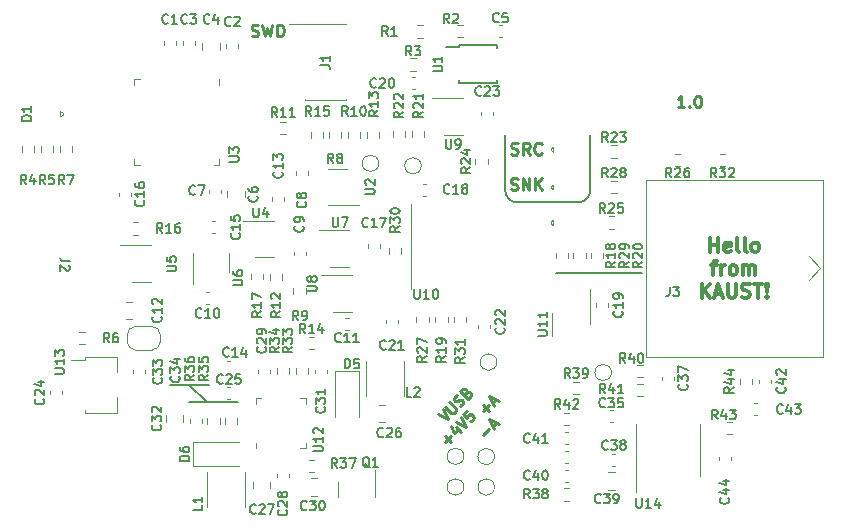
<source format=gbr>
%TF.GenerationSoftware,KiCad,Pcbnew,(6.0.0)*%
%TF.CreationDate,2022-03-21T15:30:00+00:00*%
%TF.ProjectId,uSMU_v10,75534d55-5f76-4313-902e-6b696361645f,rev?*%
%TF.SameCoordinates,Original*%
%TF.FileFunction,Legend,Top*%
%TF.FilePolarity,Positive*%
%FSLAX46Y46*%
G04 Gerber Fmt 4.6, Leading zero omitted, Abs format (unit mm)*
G04 Created by KiCad (PCBNEW (6.0.0)) date 2022-03-21 15:30:00*
%MOMM*%
%LPD*%
G01*
G04 APERTURE LIST*
%ADD10C,0.150000*%
%ADD11C,0.225000*%
%ADD12C,0.250000*%
%ADD13C,0.300000*%
%ADD14C,0.120000*%
G04 APERTURE END LIST*
D10*
X121400000Y-115800000D02*
X124700000Y-115800000D01*
X124600000Y-117200000D02*
X123000000Y-115800000D01*
X127200000Y-117200000D02*
X123000000Y-117200000D01*
X157000000Y-94600000D02*
X157000000Y-99292893D01*
X149807107Y-99292893D02*
G75*
G03*
X150807107Y-100292893I1000000J0D01*
G01*
X154100000Y-106300000D02*
X161400000Y-106300000D01*
X156000000Y-100292893D02*
X150807107Y-100292893D01*
X156000000Y-100292893D02*
G75*
G03*
X157000000Y-99292893I0J1000000D01*
G01*
X149807107Y-94600000D02*
X149807107Y-99292893D01*
D11*
X144084771Y-118218223D02*
X144933299Y-118642487D01*
X144509035Y-117793959D01*
X144721167Y-117581827D02*
X145236345Y-118097005D01*
X145327258Y-118127309D01*
X145387867Y-118127309D01*
X145478781Y-118097005D01*
X145600000Y-117975786D01*
X145630304Y-117884873D01*
X145630304Y-117824264D01*
X145600000Y-117733350D01*
X145084822Y-117218172D01*
X145963654Y-117551522D02*
X146084873Y-117490913D01*
X146236396Y-117339390D01*
X146266700Y-117248477D01*
X146266700Y-117187867D01*
X146236396Y-117096954D01*
X146175786Y-117036345D01*
X146084873Y-117006040D01*
X146024264Y-117006040D01*
X145933350Y-117036345D01*
X145781827Y-117127258D01*
X145690913Y-117157563D01*
X145630304Y-117157563D01*
X145539390Y-117127258D01*
X145478781Y-117066649D01*
X145448477Y-116975735D01*
X145448477Y-116915126D01*
X145478781Y-116824213D01*
X145630304Y-116672690D01*
X145751522Y-116612081D01*
X146509137Y-116399948D02*
X146630355Y-116339339D01*
X146690964Y-116339339D01*
X146781878Y-116369644D01*
X146872792Y-116460558D01*
X146903096Y-116551471D01*
X146903096Y-116612081D01*
X146872792Y-116702994D01*
X146630355Y-116945431D01*
X145993959Y-116309035D01*
X146206091Y-116096903D01*
X146297005Y-116066598D01*
X146357614Y-116066598D01*
X146448528Y-116096903D01*
X146509137Y-116157512D01*
X146539441Y-116248426D01*
X146539441Y-116309035D01*
X146509137Y-116399948D01*
X146297005Y-116612081D01*
X144724187Y-120566726D02*
X145209060Y-120081852D01*
X145209060Y-120566726D02*
X144724187Y-120081852D01*
X145603020Y-119324238D02*
X146027284Y-119748502D01*
X145209060Y-119233324D02*
X145512106Y-119839416D01*
X145906066Y-119445456D01*
X145633324Y-118869669D02*
X146481852Y-119293933D01*
X146057588Y-118445405D01*
X146572766Y-117930228D02*
X146269720Y-118233273D01*
X146542462Y-118566624D01*
X146542462Y-118506014D01*
X146572766Y-118415101D01*
X146724289Y-118263578D01*
X146815203Y-118233273D01*
X146875812Y-118233273D01*
X146966726Y-118263578D01*
X147118249Y-118415101D01*
X147148553Y-118506014D01*
X147148553Y-118566624D01*
X147118249Y-118657537D01*
X146966726Y-118809060D01*
X146875812Y-118839365D01*
X146815203Y-118839365D01*
D12*
X164971428Y-92252380D02*
X164400000Y-92252380D01*
X164685714Y-92252380D02*
X164685714Y-91252380D01*
X164590476Y-91395238D01*
X164495238Y-91490476D01*
X164400000Y-91538095D01*
X165400000Y-92157142D02*
X165447619Y-92204761D01*
X165400000Y-92252380D01*
X165352380Y-92204761D01*
X165400000Y-92157142D01*
X165400000Y-92252380D01*
X166066666Y-91252380D02*
X166161904Y-91252380D01*
X166257142Y-91300000D01*
X166304761Y-91347619D01*
X166352380Y-91442857D01*
X166400000Y-91633333D01*
X166400000Y-91871428D01*
X166352380Y-92061904D01*
X166304761Y-92157142D01*
X166257142Y-92204761D01*
X166161904Y-92252380D01*
X166066666Y-92252380D01*
X165971428Y-92204761D01*
X165923809Y-92157142D01*
X165876190Y-92061904D01*
X165828571Y-91871428D01*
X165828571Y-91633333D01*
X165876190Y-91442857D01*
X165923809Y-91347619D01*
X165971428Y-91300000D01*
X166066666Y-91252380D01*
X150314285Y-96204761D02*
X150457142Y-96252380D01*
X150695238Y-96252380D01*
X150790476Y-96204761D01*
X150838095Y-96157142D01*
X150885714Y-96061904D01*
X150885714Y-95966666D01*
X150838095Y-95871428D01*
X150790476Y-95823809D01*
X150695238Y-95776190D01*
X150504761Y-95728571D01*
X150409523Y-95680952D01*
X150361904Y-95633333D01*
X150314285Y-95538095D01*
X150314285Y-95442857D01*
X150361904Y-95347619D01*
X150409523Y-95300000D01*
X150504761Y-95252380D01*
X150742857Y-95252380D01*
X150885714Y-95300000D01*
X151885714Y-96252380D02*
X151552380Y-95776190D01*
X151314285Y-96252380D02*
X151314285Y-95252380D01*
X151695238Y-95252380D01*
X151790476Y-95300000D01*
X151838095Y-95347619D01*
X151885714Y-95442857D01*
X151885714Y-95585714D01*
X151838095Y-95680952D01*
X151790476Y-95728571D01*
X151695238Y-95776190D01*
X151314285Y-95776190D01*
X152885714Y-96157142D02*
X152838095Y-96204761D01*
X152695238Y-96252380D01*
X152600000Y-96252380D01*
X152457142Y-96204761D01*
X152361904Y-96109523D01*
X152314285Y-96014285D01*
X152266666Y-95823809D01*
X152266666Y-95680952D01*
X152314285Y-95490476D01*
X152361904Y-95395238D01*
X152457142Y-95300000D01*
X152600000Y-95252380D01*
X152695238Y-95252380D01*
X152838095Y-95300000D01*
X152885714Y-95347619D01*
D11*
X147930279Y-117960634D02*
X148415152Y-117475761D01*
X148415152Y-117960634D02*
X147930279Y-117475761D01*
X148748502Y-117263629D02*
X149051548Y-116960583D01*
X148869720Y-117506066D02*
X148445456Y-116657537D01*
X149293985Y-117081801D01*
D12*
X128342857Y-86204761D02*
X128485714Y-86252380D01*
X128723809Y-86252380D01*
X128819047Y-86204761D01*
X128866666Y-86157142D01*
X128914285Y-86061904D01*
X128914285Y-85966666D01*
X128866666Y-85871428D01*
X128819047Y-85823809D01*
X128723809Y-85776190D01*
X128533333Y-85728571D01*
X128438095Y-85680952D01*
X128390476Y-85633333D01*
X128342857Y-85538095D01*
X128342857Y-85442857D01*
X128390476Y-85347619D01*
X128438095Y-85300000D01*
X128533333Y-85252380D01*
X128771428Y-85252380D01*
X128914285Y-85300000D01*
X129247619Y-85252380D02*
X129485714Y-86252380D01*
X129676190Y-85538095D01*
X129866666Y-86252380D01*
X130104761Y-85252380D01*
X130485714Y-86252380D02*
X130485714Y-85252380D01*
X130723809Y-85252380D01*
X130866666Y-85300000D01*
X130961904Y-85395238D01*
X131009523Y-85490476D01*
X131057142Y-85680952D01*
X131057142Y-85823809D01*
X131009523Y-86014285D01*
X130961904Y-86109523D01*
X130866666Y-86204761D01*
X130723809Y-86252380D01*
X130485714Y-86252380D01*
X150290476Y-99204761D02*
X150433333Y-99252380D01*
X150671428Y-99252380D01*
X150766666Y-99204761D01*
X150814285Y-99157142D01*
X150861904Y-99061904D01*
X150861904Y-98966666D01*
X150814285Y-98871428D01*
X150766666Y-98823809D01*
X150671428Y-98776190D01*
X150480952Y-98728571D01*
X150385714Y-98680952D01*
X150338095Y-98633333D01*
X150290476Y-98538095D01*
X150290476Y-98442857D01*
X150338095Y-98347619D01*
X150385714Y-98300000D01*
X150480952Y-98252380D01*
X150719047Y-98252380D01*
X150861904Y-98300000D01*
X151290476Y-99252380D02*
X151290476Y-98252380D01*
X151861904Y-99252380D01*
X151861904Y-98252380D01*
X152338095Y-99252380D02*
X152338095Y-98252380D01*
X152909523Y-99252380D02*
X152480952Y-98680952D01*
X152909523Y-98252380D02*
X152338095Y-98823809D01*
D13*
X167171428Y-104510857D02*
X167171428Y-103310857D01*
X167171428Y-103882285D02*
X167857142Y-103882285D01*
X167857142Y-104510857D02*
X167857142Y-103310857D01*
X168885714Y-104453714D02*
X168771428Y-104510857D01*
X168542857Y-104510857D01*
X168428571Y-104453714D01*
X168371428Y-104339428D01*
X168371428Y-103882285D01*
X168428571Y-103768000D01*
X168542857Y-103710857D01*
X168771428Y-103710857D01*
X168885714Y-103768000D01*
X168942857Y-103882285D01*
X168942857Y-103996571D01*
X168371428Y-104110857D01*
X169628571Y-104510857D02*
X169514285Y-104453714D01*
X169457142Y-104339428D01*
X169457142Y-103310857D01*
X170257142Y-104510857D02*
X170142857Y-104453714D01*
X170085714Y-104339428D01*
X170085714Y-103310857D01*
X170885714Y-104510857D02*
X170771428Y-104453714D01*
X170714285Y-104396571D01*
X170657142Y-104282285D01*
X170657142Y-103939428D01*
X170714285Y-103825142D01*
X170771428Y-103768000D01*
X170885714Y-103710857D01*
X171057142Y-103710857D01*
X171171428Y-103768000D01*
X171228571Y-103825142D01*
X171285714Y-103939428D01*
X171285714Y-104282285D01*
X171228571Y-104396571D01*
X171171428Y-104453714D01*
X171057142Y-104510857D01*
X170885714Y-104510857D01*
X167257142Y-105642857D02*
X167714285Y-105642857D01*
X167428571Y-106442857D02*
X167428571Y-105414285D01*
X167485714Y-105300000D01*
X167600000Y-105242857D01*
X167714285Y-105242857D01*
X168114285Y-106442857D02*
X168114285Y-105642857D01*
X168114285Y-105871428D02*
X168171428Y-105757142D01*
X168228571Y-105700000D01*
X168342857Y-105642857D01*
X168457142Y-105642857D01*
X169028571Y-106442857D02*
X168914285Y-106385714D01*
X168857142Y-106328571D01*
X168800000Y-106214285D01*
X168800000Y-105871428D01*
X168857142Y-105757142D01*
X168914285Y-105700000D01*
X169028571Y-105642857D01*
X169200000Y-105642857D01*
X169314285Y-105700000D01*
X169371428Y-105757142D01*
X169428571Y-105871428D01*
X169428571Y-106214285D01*
X169371428Y-106328571D01*
X169314285Y-106385714D01*
X169200000Y-106442857D01*
X169028571Y-106442857D01*
X169942857Y-106442857D02*
X169942857Y-105642857D01*
X169942857Y-105757142D02*
X170000000Y-105700000D01*
X170114285Y-105642857D01*
X170285714Y-105642857D01*
X170400000Y-105700000D01*
X170457142Y-105814285D01*
X170457142Y-106442857D01*
X170457142Y-105814285D02*
X170514285Y-105700000D01*
X170628571Y-105642857D01*
X170800000Y-105642857D01*
X170914285Y-105700000D01*
X170971428Y-105814285D01*
X170971428Y-106442857D01*
X166428571Y-108374857D02*
X166428571Y-107174857D01*
X167114285Y-108374857D02*
X166600000Y-107689142D01*
X167114285Y-107174857D02*
X166428571Y-107860571D01*
X167571428Y-108032000D02*
X168142857Y-108032000D01*
X167457142Y-108374857D02*
X167857142Y-107174857D01*
X168257142Y-108374857D01*
X168657142Y-107174857D02*
X168657142Y-108146285D01*
X168714285Y-108260571D01*
X168771428Y-108317714D01*
X168885714Y-108374857D01*
X169114285Y-108374857D01*
X169228571Y-108317714D01*
X169285714Y-108260571D01*
X169342857Y-108146285D01*
X169342857Y-107174857D01*
X169857142Y-108317714D02*
X170028571Y-108374857D01*
X170314285Y-108374857D01*
X170428571Y-108317714D01*
X170485714Y-108260571D01*
X170542857Y-108146285D01*
X170542857Y-108032000D01*
X170485714Y-107917714D01*
X170428571Y-107860571D01*
X170314285Y-107803428D01*
X170085714Y-107746285D01*
X169971428Y-107689142D01*
X169914285Y-107632000D01*
X169857142Y-107517714D01*
X169857142Y-107403428D01*
X169914285Y-107289142D01*
X169971428Y-107232000D01*
X170085714Y-107174857D01*
X170371428Y-107174857D01*
X170542857Y-107232000D01*
X170885714Y-107174857D02*
X171571428Y-107174857D01*
X171228571Y-108374857D02*
X171228571Y-107174857D01*
X171971428Y-108260571D02*
X172028571Y-108317714D01*
X171971428Y-108374857D01*
X171914285Y-108317714D01*
X171971428Y-108260571D01*
X171971428Y-108374857D01*
X171971428Y-107917714D02*
X171914285Y-107232000D01*
X171971428Y-107174857D01*
X172028571Y-107232000D01*
X171971428Y-107917714D01*
X171971428Y-107174857D01*
D11*
X147930279Y-119960634D02*
X148415152Y-119475761D01*
X148748502Y-119263629D02*
X149051548Y-118960583D01*
X148869720Y-119506066D02*
X148445456Y-118657537D01*
X149293985Y-119081801D01*
D10*
%TO.C,C14*%
X126385714Y-113285714D02*
X126347619Y-113323809D01*
X126233333Y-113361904D01*
X126157142Y-113361904D01*
X126042857Y-113323809D01*
X125966666Y-113247619D01*
X125928571Y-113171428D01*
X125890476Y-113019047D01*
X125890476Y-112904761D01*
X125928571Y-112752380D01*
X125966666Y-112676190D01*
X126042857Y-112600000D01*
X126157142Y-112561904D01*
X126233333Y-112561904D01*
X126347619Y-112600000D01*
X126385714Y-112638095D01*
X127147619Y-113361904D02*
X126690476Y-113361904D01*
X126919047Y-113361904D02*
X126919047Y-112561904D01*
X126842857Y-112676190D01*
X126766666Y-112752380D01*
X126690476Y-112790476D01*
X127833333Y-112828571D02*
X127833333Y-113361904D01*
X127642857Y-112523809D02*
X127452380Y-113095238D01*
X127947619Y-113095238D01*
%TO.C,R2*%
X145066666Y-85111904D02*
X144800000Y-84730952D01*
X144609523Y-85111904D02*
X144609523Y-84311904D01*
X144914285Y-84311904D01*
X144990476Y-84350000D01*
X145028571Y-84388095D01*
X145066666Y-84464285D01*
X145066666Y-84578571D01*
X145028571Y-84654761D01*
X144990476Y-84692857D01*
X144914285Y-84730952D01*
X144609523Y-84730952D01*
X145371428Y-84388095D02*
X145409523Y-84350000D01*
X145485714Y-84311904D01*
X145676190Y-84311904D01*
X145752380Y-84350000D01*
X145790476Y-84388095D01*
X145828571Y-84464285D01*
X145828571Y-84540476D01*
X145790476Y-84654761D01*
X145333333Y-85111904D01*
X145828571Y-85111904D01*
%TO.C,C18*%
X145085714Y-99485714D02*
X145047619Y-99523809D01*
X144933333Y-99561904D01*
X144857142Y-99561904D01*
X144742857Y-99523809D01*
X144666666Y-99447619D01*
X144628571Y-99371428D01*
X144590476Y-99219047D01*
X144590476Y-99104761D01*
X144628571Y-98952380D01*
X144666666Y-98876190D01*
X144742857Y-98800000D01*
X144857142Y-98761904D01*
X144933333Y-98761904D01*
X145047619Y-98800000D01*
X145085714Y-98838095D01*
X145847619Y-99561904D02*
X145390476Y-99561904D01*
X145619047Y-99561904D02*
X145619047Y-98761904D01*
X145542857Y-98876190D01*
X145466666Y-98952380D01*
X145390476Y-98990476D01*
X146304761Y-99104761D02*
X146228571Y-99066666D01*
X146190476Y-99028571D01*
X146152380Y-98952380D01*
X146152380Y-98914285D01*
X146190476Y-98838095D01*
X146228571Y-98800000D01*
X146304761Y-98761904D01*
X146457142Y-98761904D01*
X146533333Y-98800000D01*
X146571428Y-98838095D01*
X146609523Y-98914285D01*
X146609523Y-98952380D01*
X146571428Y-99028571D01*
X146533333Y-99066666D01*
X146457142Y-99104761D01*
X146304761Y-99104761D01*
X146228571Y-99142857D01*
X146190476Y-99180952D01*
X146152380Y-99257142D01*
X146152380Y-99409523D01*
X146190476Y-99485714D01*
X146228571Y-99523809D01*
X146304761Y-99561904D01*
X146457142Y-99561904D01*
X146533333Y-99523809D01*
X146571428Y-99485714D01*
X146609523Y-99409523D01*
X146609523Y-99257142D01*
X146571428Y-99180952D01*
X146533333Y-99142857D01*
X146457142Y-99104761D01*
%TO.C,R8*%
X135266666Y-96961904D02*
X135000000Y-96580952D01*
X134809523Y-96961904D02*
X134809523Y-96161904D01*
X135114285Y-96161904D01*
X135190476Y-96200000D01*
X135228571Y-96238095D01*
X135266666Y-96314285D01*
X135266666Y-96428571D01*
X135228571Y-96504761D01*
X135190476Y-96542857D01*
X135114285Y-96580952D01*
X134809523Y-96580952D01*
X135723809Y-96504761D02*
X135647619Y-96466666D01*
X135609523Y-96428571D01*
X135571428Y-96352380D01*
X135571428Y-96314285D01*
X135609523Y-96238095D01*
X135647619Y-96200000D01*
X135723809Y-96161904D01*
X135876190Y-96161904D01*
X135952380Y-96200000D01*
X135990476Y-96238095D01*
X136028571Y-96314285D01*
X136028571Y-96352380D01*
X135990476Y-96428571D01*
X135952380Y-96466666D01*
X135876190Y-96504761D01*
X135723809Y-96504761D01*
X135647619Y-96542857D01*
X135609523Y-96580952D01*
X135571428Y-96657142D01*
X135571428Y-96809523D01*
X135609523Y-96885714D01*
X135647619Y-96923809D01*
X135723809Y-96961904D01*
X135876190Y-96961904D01*
X135952380Y-96923809D01*
X135990476Y-96885714D01*
X136028571Y-96809523D01*
X136028571Y-96657142D01*
X135990476Y-96580952D01*
X135952380Y-96542857D01*
X135876190Y-96504761D01*
%TO.C,C6*%
X128785714Y-99733333D02*
X128823809Y-99771428D01*
X128861904Y-99885714D01*
X128861904Y-99961904D01*
X128823809Y-100076190D01*
X128747619Y-100152380D01*
X128671428Y-100190476D01*
X128519047Y-100228571D01*
X128404761Y-100228571D01*
X128252380Y-100190476D01*
X128176190Y-100152380D01*
X128100000Y-100076190D01*
X128061904Y-99961904D01*
X128061904Y-99885714D01*
X128100000Y-99771428D01*
X128138095Y-99733333D01*
X128061904Y-99047619D02*
X128061904Y-99200000D01*
X128100000Y-99276190D01*
X128138095Y-99314285D01*
X128252380Y-99390476D01*
X128404761Y-99428571D01*
X128709523Y-99428571D01*
X128785714Y-99390476D01*
X128823809Y-99352380D01*
X128861904Y-99276190D01*
X128861904Y-99123809D01*
X128823809Y-99047619D01*
X128785714Y-99009523D01*
X128709523Y-98971428D01*
X128519047Y-98971428D01*
X128442857Y-99009523D01*
X128404761Y-99047619D01*
X128366666Y-99123809D01*
X128366666Y-99276190D01*
X128404761Y-99352380D01*
X128442857Y-99390476D01*
X128519047Y-99428571D01*
%TO.C,U2*%
X137961904Y-99609523D02*
X138609523Y-99609523D01*
X138685714Y-99571428D01*
X138723809Y-99533333D01*
X138761904Y-99457142D01*
X138761904Y-99304761D01*
X138723809Y-99228571D01*
X138685714Y-99190476D01*
X138609523Y-99152380D01*
X137961904Y-99152380D01*
X138038095Y-98809523D02*
X138000000Y-98771428D01*
X137961904Y-98695238D01*
X137961904Y-98504761D01*
X138000000Y-98428571D01*
X138038095Y-98390476D01*
X138114285Y-98352380D01*
X138190476Y-98352380D01*
X138304761Y-98390476D01*
X138761904Y-98847619D01*
X138761904Y-98352380D01*
%TO.C,U9*%
X144790476Y-94961904D02*
X144790476Y-95609523D01*
X144828571Y-95685714D01*
X144866666Y-95723809D01*
X144942857Y-95761904D01*
X145095238Y-95761904D01*
X145171428Y-95723809D01*
X145209523Y-95685714D01*
X145247619Y-95609523D01*
X145247619Y-94961904D01*
X145666666Y-95761904D02*
X145819047Y-95761904D01*
X145895238Y-95723809D01*
X145933333Y-95685714D01*
X146009523Y-95571428D01*
X146047619Y-95419047D01*
X146047619Y-95114285D01*
X146009523Y-95038095D01*
X145971428Y-95000000D01*
X145895238Y-94961904D01*
X145742857Y-94961904D01*
X145666666Y-95000000D01*
X145628571Y-95038095D01*
X145590476Y-95114285D01*
X145590476Y-95304761D01*
X145628571Y-95380952D01*
X145666666Y-95419047D01*
X145742857Y-95457142D01*
X145895238Y-95457142D01*
X145971428Y-95419047D01*
X146009523Y-95380952D01*
X146047619Y-95304761D01*
%TO.C,C33*%
X120685714Y-115139285D02*
X120723809Y-115177380D01*
X120761904Y-115291666D01*
X120761904Y-115367857D01*
X120723809Y-115482142D01*
X120647619Y-115558333D01*
X120571428Y-115596428D01*
X120419047Y-115634523D01*
X120304761Y-115634523D01*
X120152380Y-115596428D01*
X120076190Y-115558333D01*
X120000000Y-115482142D01*
X119961904Y-115367857D01*
X119961904Y-115291666D01*
X120000000Y-115177380D01*
X120038095Y-115139285D01*
X119961904Y-114872619D02*
X119961904Y-114377380D01*
X120266666Y-114644047D01*
X120266666Y-114529761D01*
X120304761Y-114453571D01*
X120342857Y-114415476D01*
X120419047Y-114377380D01*
X120609523Y-114377380D01*
X120685714Y-114415476D01*
X120723809Y-114453571D01*
X120761904Y-114529761D01*
X120761904Y-114758333D01*
X120723809Y-114834523D01*
X120685714Y-114872619D01*
X119961904Y-114110714D02*
X119961904Y-113615476D01*
X120266666Y-113882142D01*
X120266666Y-113767857D01*
X120304761Y-113691666D01*
X120342857Y-113653571D01*
X120419047Y-113615476D01*
X120609523Y-113615476D01*
X120685714Y-113653571D01*
X120723809Y-113691666D01*
X120761904Y-113767857D01*
X120761904Y-113996428D01*
X120723809Y-114072619D01*
X120685714Y-114110714D01*
%TO.C,R42*%
X154485714Y-117761904D02*
X154219047Y-117380952D01*
X154028571Y-117761904D02*
X154028571Y-116961904D01*
X154333333Y-116961904D01*
X154409523Y-117000000D01*
X154447619Y-117038095D01*
X154485714Y-117114285D01*
X154485714Y-117228571D01*
X154447619Y-117304761D01*
X154409523Y-117342857D01*
X154333333Y-117380952D01*
X154028571Y-117380952D01*
X155171428Y-117228571D02*
X155171428Y-117761904D01*
X154980952Y-116923809D02*
X154790476Y-117495238D01*
X155285714Y-117495238D01*
X155552380Y-117038095D02*
X155590476Y-117000000D01*
X155666666Y-116961904D01*
X155857142Y-116961904D01*
X155933333Y-117000000D01*
X155971428Y-117038095D01*
X156009523Y-117114285D01*
X156009523Y-117190476D01*
X155971428Y-117304761D01*
X155514285Y-117761904D01*
X156009523Y-117761904D01*
%TO.C,C32*%
X120585714Y-119114285D02*
X120623809Y-119152380D01*
X120661904Y-119266666D01*
X120661904Y-119342857D01*
X120623809Y-119457142D01*
X120547619Y-119533333D01*
X120471428Y-119571428D01*
X120319047Y-119609523D01*
X120204761Y-119609523D01*
X120052380Y-119571428D01*
X119976190Y-119533333D01*
X119900000Y-119457142D01*
X119861904Y-119342857D01*
X119861904Y-119266666D01*
X119900000Y-119152380D01*
X119938095Y-119114285D01*
X119861904Y-118847619D02*
X119861904Y-118352380D01*
X120166666Y-118619047D01*
X120166666Y-118504761D01*
X120204761Y-118428571D01*
X120242857Y-118390476D01*
X120319047Y-118352380D01*
X120509523Y-118352380D01*
X120585714Y-118390476D01*
X120623809Y-118428571D01*
X120661904Y-118504761D01*
X120661904Y-118733333D01*
X120623809Y-118809523D01*
X120585714Y-118847619D01*
X119938095Y-118047619D02*
X119900000Y-118009523D01*
X119861904Y-117933333D01*
X119861904Y-117742857D01*
X119900000Y-117666666D01*
X119938095Y-117628571D01*
X120014285Y-117590476D01*
X120090476Y-117590476D01*
X120204761Y-117628571D01*
X120661904Y-118085714D01*
X120661904Y-117590476D01*
%TO.C,U3*%
X126461904Y-96859523D02*
X127109523Y-96859523D01*
X127185714Y-96821428D01*
X127223809Y-96783333D01*
X127261904Y-96707142D01*
X127261904Y-96554761D01*
X127223809Y-96478571D01*
X127185714Y-96440476D01*
X127109523Y-96402380D01*
X126461904Y-96402380D01*
X126461904Y-96097619D02*
X126461904Y-95602380D01*
X126766666Y-95869047D01*
X126766666Y-95754761D01*
X126804761Y-95678571D01*
X126842857Y-95640476D01*
X126919047Y-95602380D01*
X127109523Y-95602380D01*
X127185714Y-95640476D01*
X127223809Y-95678571D01*
X127261904Y-95754761D01*
X127261904Y-95983333D01*
X127223809Y-96059523D01*
X127185714Y-96097619D01*
%TO.C,R37*%
X135585714Y-122761904D02*
X135319047Y-122380952D01*
X135128571Y-122761904D02*
X135128571Y-121961904D01*
X135433333Y-121961904D01*
X135509523Y-122000000D01*
X135547619Y-122038095D01*
X135585714Y-122114285D01*
X135585714Y-122228571D01*
X135547619Y-122304761D01*
X135509523Y-122342857D01*
X135433333Y-122380952D01*
X135128571Y-122380952D01*
X135852380Y-121961904D02*
X136347619Y-121961904D01*
X136080952Y-122266666D01*
X136195238Y-122266666D01*
X136271428Y-122304761D01*
X136309523Y-122342857D01*
X136347619Y-122419047D01*
X136347619Y-122609523D01*
X136309523Y-122685714D01*
X136271428Y-122723809D01*
X136195238Y-122761904D01*
X135966666Y-122761904D01*
X135890476Y-122723809D01*
X135852380Y-122685714D01*
X136614285Y-121961904D02*
X137147619Y-121961904D01*
X136804761Y-122761904D01*
%TO.C,R18*%
X159111904Y-105314285D02*
X158730952Y-105580952D01*
X159111904Y-105771428D02*
X158311904Y-105771428D01*
X158311904Y-105466666D01*
X158350000Y-105390476D01*
X158388095Y-105352380D01*
X158464285Y-105314285D01*
X158578571Y-105314285D01*
X158654761Y-105352380D01*
X158692857Y-105390476D01*
X158730952Y-105466666D01*
X158730952Y-105771428D01*
X159111904Y-104552380D02*
X159111904Y-105009523D01*
X159111904Y-104780952D02*
X158311904Y-104780952D01*
X158426190Y-104857142D01*
X158502380Y-104933333D01*
X158540476Y-105009523D01*
X158654761Y-104095238D02*
X158616666Y-104171428D01*
X158578571Y-104209523D01*
X158502380Y-104247619D01*
X158464285Y-104247619D01*
X158388095Y-104209523D01*
X158350000Y-104171428D01*
X158311904Y-104095238D01*
X158311904Y-103942857D01*
X158350000Y-103866666D01*
X158388095Y-103828571D01*
X158464285Y-103790476D01*
X158502380Y-103790476D01*
X158578571Y-103828571D01*
X158616666Y-103866666D01*
X158654761Y-103942857D01*
X158654761Y-104095238D01*
X158692857Y-104171428D01*
X158730952Y-104209523D01*
X158807142Y-104247619D01*
X158959523Y-104247619D01*
X159035714Y-104209523D01*
X159073809Y-104171428D01*
X159111904Y-104095238D01*
X159111904Y-103942857D01*
X159073809Y-103866666D01*
X159035714Y-103828571D01*
X158959523Y-103790476D01*
X158807142Y-103790476D01*
X158730952Y-103828571D01*
X158692857Y-103866666D01*
X158654761Y-103942857D01*
%TO.C,R40*%
X159985714Y-113861904D02*
X159719047Y-113480952D01*
X159528571Y-113861904D02*
X159528571Y-113061904D01*
X159833333Y-113061904D01*
X159909523Y-113100000D01*
X159947619Y-113138095D01*
X159985714Y-113214285D01*
X159985714Y-113328571D01*
X159947619Y-113404761D01*
X159909523Y-113442857D01*
X159833333Y-113480952D01*
X159528571Y-113480952D01*
X160671428Y-113328571D02*
X160671428Y-113861904D01*
X160480952Y-113023809D02*
X160290476Y-113595238D01*
X160785714Y-113595238D01*
X161242857Y-113061904D02*
X161319047Y-113061904D01*
X161395238Y-113100000D01*
X161433333Y-113138095D01*
X161471428Y-113214285D01*
X161509523Y-113366666D01*
X161509523Y-113557142D01*
X161471428Y-113709523D01*
X161433333Y-113785714D01*
X161395238Y-113823809D01*
X161319047Y-113861904D01*
X161242857Y-113861904D01*
X161166666Y-113823809D01*
X161128571Y-113785714D01*
X161090476Y-113709523D01*
X161052380Y-113557142D01*
X161052380Y-113366666D01*
X161090476Y-113214285D01*
X161128571Y-113138095D01*
X161166666Y-113100000D01*
X161242857Y-113061904D01*
%TO.C,C19*%
X159685714Y-109514285D02*
X159723809Y-109552380D01*
X159761904Y-109666666D01*
X159761904Y-109742857D01*
X159723809Y-109857142D01*
X159647619Y-109933333D01*
X159571428Y-109971428D01*
X159419047Y-110009523D01*
X159304761Y-110009523D01*
X159152380Y-109971428D01*
X159076190Y-109933333D01*
X159000000Y-109857142D01*
X158961904Y-109742857D01*
X158961904Y-109666666D01*
X159000000Y-109552380D01*
X159038095Y-109514285D01*
X159761904Y-108752380D02*
X159761904Y-109209523D01*
X159761904Y-108980952D02*
X158961904Y-108980952D01*
X159076190Y-109057142D01*
X159152380Y-109133333D01*
X159190476Y-109209523D01*
X159761904Y-108371428D02*
X159761904Y-108219047D01*
X159723809Y-108142857D01*
X159685714Y-108104761D01*
X159571428Y-108028571D01*
X159419047Y-107990476D01*
X159114285Y-107990476D01*
X159038095Y-108028571D01*
X159000000Y-108066666D01*
X158961904Y-108142857D01*
X158961904Y-108295238D01*
X159000000Y-108371428D01*
X159038095Y-108409523D01*
X159114285Y-108447619D01*
X159304761Y-108447619D01*
X159380952Y-108409523D01*
X159419047Y-108371428D01*
X159457142Y-108295238D01*
X159457142Y-108142857D01*
X159419047Y-108066666D01*
X159380952Y-108028571D01*
X159304761Y-107990476D01*
%TO.C,R19*%
X144761904Y-113314285D02*
X144380952Y-113580952D01*
X144761904Y-113771428D02*
X143961904Y-113771428D01*
X143961904Y-113466666D01*
X144000000Y-113390476D01*
X144038095Y-113352380D01*
X144114285Y-113314285D01*
X144228571Y-113314285D01*
X144304761Y-113352380D01*
X144342857Y-113390476D01*
X144380952Y-113466666D01*
X144380952Y-113771428D01*
X144761904Y-112552380D02*
X144761904Y-113009523D01*
X144761904Y-112780952D02*
X143961904Y-112780952D01*
X144076190Y-112857142D01*
X144152380Y-112933333D01*
X144190476Y-113009523D01*
X144761904Y-112171428D02*
X144761904Y-112019047D01*
X144723809Y-111942857D01*
X144685714Y-111904761D01*
X144571428Y-111828571D01*
X144419047Y-111790476D01*
X144114285Y-111790476D01*
X144038095Y-111828571D01*
X144000000Y-111866666D01*
X143961904Y-111942857D01*
X143961904Y-112095238D01*
X144000000Y-112171428D01*
X144038095Y-112209523D01*
X144114285Y-112247619D01*
X144304761Y-112247619D01*
X144380952Y-112209523D01*
X144419047Y-112171428D01*
X144457142Y-112095238D01*
X144457142Y-111942857D01*
X144419047Y-111866666D01*
X144380952Y-111828571D01*
X144304761Y-111790476D01*
%TO.C,R5*%
X110866666Y-98761904D02*
X110600000Y-98380952D01*
X110409523Y-98761904D02*
X110409523Y-97961904D01*
X110714285Y-97961904D01*
X110790476Y-98000000D01*
X110828571Y-98038095D01*
X110866666Y-98114285D01*
X110866666Y-98228571D01*
X110828571Y-98304761D01*
X110790476Y-98342857D01*
X110714285Y-98380952D01*
X110409523Y-98380952D01*
X111590476Y-97961904D02*
X111209523Y-97961904D01*
X111171428Y-98342857D01*
X111209523Y-98304761D01*
X111285714Y-98266666D01*
X111476190Y-98266666D01*
X111552380Y-98304761D01*
X111590476Y-98342857D01*
X111628571Y-98419047D01*
X111628571Y-98609523D01*
X111590476Y-98685714D01*
X111552380Y-98723809D01*
X111476190Y-98761904D01*
X111285714Y-98761904D01*
X111209523Y-98723809D01*
X111171428Y-98685714D01*
%TO.C,R7*%
X112466666Y-98761904D02*
X112200000Y-98380952D01*
X112009523Y-98761904D02*
X112009523Y-97961904D01*
X112314285Y-97961904D01*
X112390476Y-98000000D01*
X112428571Y-98038095D01*
X112466666Y-98114285D01*
X112466666Y-98228571D01*
X112428571Y-98304761D01*
X112390476Y-98342857D01*
X112314285Y-98380952D01*
X112009523Y-98380952D01*
X112733333Y-97961904D02*
X113266666Y-97961904D01*
X112923809Y-98761904D01*
%TO.C,U8*%
X133061904Y-107809523D02*
X133709523Y-107809523D01*
X133785714Y-107771428D01*
X133823809Y-107733333D01*
X133861904Y-107657142D01*
X133861904Y-107504761D01*
X133823809Y-107428571D01*
X133785714Y-107390476D01*
X133709523Y-107352380D01*
X133061904Y-107352380D01*
X133404761Y-106857142D02*
X133366666Y-106933333D01*
X133328571Y-106971428D01*
X133252380Y-107009523D01*
X133214285Y-107009523D01*
X133138095Y-106971428D01*
X133100000Y-106933333D01*
X133061904Y-106857142D01*
X133061904Y-106704761D01*
X133100000Y-106628571D01*
X133138095Y-106590476D01*
X133214285Y-106552380D01*
X133252380Y-106552380D01*
X133328571Y-106590476D01*
X133366666Y-106628571D01*
X133404761Y-106704761D01*
X133404761Y-106857142D01*
X133442857Y-106933333D01*
X133480952Y-106971428D01*
X133557142Y-107009523D01*
X133709523Y-107009523D01*
X133785714Y-106971428D01*
X133823809Y-106933333D01*
X133861904Y-106857142D01*
X133861904Y-106704761D01*
X133823809Y-106628571D01*
X133785714Y-106590476D01*
X133709523Y-106552380D01*
X133557142Y-106552380D01*
X133480952Y-106590476D01*
X133442857Y-106628571D01*
X133404761Y-106704761D01*
%TO.C,U7*%
X135190476Y-101561904D02*
X135190476Y-102209523D01*
X135228571Y-102285714D01*
X135266666Y-102323809D01*
X135342857Y-102361904D01*
X135495238Y-102361904D01*
X135571428Y-102323809D01*
X135609523Y-102285714D01*
X135647619Y-102209523D01*
X135647619Y-101561904D01*
X135952380Y-101561904D02*
X136485714Y-101561904D01*
X136142857Y-102361904D01*
%TO.C,R20*%
X161411904Y-105314285D02*
X161030952Y-105580952D01*
X161411904Y-105771428D02*
X160611904Y-105771428D01*
X160611904Y-105466666D01*
X160650000Y-105390476D01*
X160688095Y-105352380D01*
X160764285Y-105314285D01*
X160878571Y-105314285D01*
X160954761Y-105352380D01*
X160992857Y-105390476D01*
X161030952Y-105466666D01*
X161030952Y-105771428D01*
X160688095Y-105009523D02*
X160650000Y-104971428D01*
X160611904Y-104895238D01*
X160611904Y-104704761D01*
X160650000Y-104628571D01*
X160688095Y-104590476D01*
X160764285Y-104552380D01*
X160840476Y-104552380D01*
X160954761Y-104590476D01*
X161411904Y-105047619D01*
X161411904Y-104552380D01*
X160611904Y-104057142D02*
X160611904Y-103980952D01*
X160650000Y-103904761D01*
X160688095Y-103866666D01*
X160764285Y-103828571D01*
X160916666Y-103790476D01*
X161107142Y-103790476D01*
X161259523Y-103828571D01*
X161335714Y-103866666D01*
X161373809Y-103904761D01*
X161411904Y-103980952D01*
X161411904Y-104057142D01*
X161373809Y-104133333D01*
X161335714Y-104171428D01*
X161259523Y-104209523D01*
X161107142Y-104247619D01*
X160916666Y-104247619D01*
X160764285Y-104209523D01*
X160688095Y-104171428D01*
X160650000Y-104133333D01*
X160611904Y-104057142D01*
%TO.C,U5*%
X121161904Y-106109523D02*
X121809523Y-106109523D01*
X121885714Y-106071428D01*
X121923809Y-106033333D01*
X121961904Y-105957142D01*
X121961904Y-105804761D01*
X121923809Y-105728571D01*
X121885714Y-105690476D01*
X121809523Y-105652380D01*
X121161904Y-105652380D01*
X121161904Y-104890476D02*
X121161904Y-105271428D01*
X121542857Y-105309523D01*
X121504761Y-105271428D01*
X121466666Y-105195238D01*
X121466666Y-105004761D01*
X121504761Y-104928571D01*
X121542857Y-104890476D01*
X121619047Y-104852380D01*
X121809523Y-104852380D01*
X121885714Y-104890476D01*
X121923809Y-104928571D01*
X121961904Y-105004761D01*
X121961904Y-105195238D01*
X121923809Y-105271428D01*
X121885714Y-105309523D01*
%TO.C,U10*%
X142109523Y-107661904D02*
X142109523Y-108309523D01*
X142147619Y-108385714D01*
X142185714Y-108423809D01*
X142261904Y-108461904D01*
X142414285Y-108461904D01*
X142490476Y-108423809D01*
X142528571Y-108385714D01*
X142566666Y-108309523D01*
X142566666Y-107661904D01*
X143366666Y-108461904D02*
X142909523Y-108461904D01*
X143138095Y-108461904D02*
X143138095Y-107661904D01*
X143061904Y-107776190D01*
X142985714Y-107852380D01*
X142909523Y-107890476D01*
X143861904Y-107661904D02*
X143938095Y-107661904D01*
X144014285Y-107700000D01*
X144052380Y-107738095D01*
X144090476Y-107814285D01*
X144128571Y-107966666D01*
X144128571Y-108157142D01*
X144090476Y-108309523D01*
X144052380Y-108385714D01*
X144014285Y-108423809D01*
X143938095Y-108461904D01*
X143861904Y-108461904D01*
X143785714Y-108423809D01*
X143747619Y-108385714D01*
X143709523Y-108309523D01*
X143671428Y-108157142D01*
X143671428Y-107966666D01*
X143709523Y-107814285D01*
X143747619Y-107738095D01*
X143785714Y-107700000D01*
X143861904Y-107661904D01*
%TO.C,C9*%
X132685714Y-102283333D02*
X132723809Y-102321428D01*
X132761904Y-102435714D01*
X132761904Y-102511904D01*
X132723809Y-102626190D01*
X132647619Y-102702380D01*
X132571428Y-102740476D01*
X132419047Y-102778571D01*
X132304761Y-102778571D01*
X132152380Y-102740476D01*
X132076190Y-102702380D01*
X132000000Y-102626190D01*
X131961904Y-102511904D01*
X131961904Y-102435714D01*
X132000000Y-102321428D01*
X132038095Y-102283333D01*
X132761904Y-101902380D02*
X132761904Y-101750000D01*
X132723809Y-101673809D01*
X132685714Y-101635714D01*
X132571428Y-101559523D01*
X132419047Y-101521428D01*
X132114285Y-101521428D01*
X132038095Y-101559523D01*
X132000000Y-101597619D01*
X131961904Y-101673809D01*
X131961904Y-101826190D01*
X132000000Y-101902380D01*
X132038095Y-101940476D01*
X132114285Y-101978571D01*
X132304761Y-101978571D01*
X132380952Y-101940476D01*
X132419047Y-101902380D01*
X132457142Y-101826190D01*
X132457142Y-101673809D01*
X132419047Y-101597619D01*
X132380952Y-101559523D01*
X132304761Y-101521428D01*
%TO.C,C11*%
X135885714Y-112085714D02*
X135847619Y-112123809D01*
X135733333Y-112161904D01*
X135657142Y-112161904D01*
X135542857Y-112123809D01*
X135466666Y-112047619D01*
X135428571Y-111971428D01*
X135390476Y-111819047D01*
X135390476Y-111704761D01*
X135428571Y-111552380D01*
X135466666Y-111476190D01*
X135542857Y-111400000D01*
X135657142Y-111361904D01*
X135733333Y-111361904D01*
X135847619Y-111400000D01*
X135885714Y-111438095D01*
X136647619Y-112161904D02*
X136190476Y-112161904D01*
X136419047Y-112161904D02*
X136419047Y-111361904D01*
X136342857Y-111476190D01*
X136266666Y-111552380D01*
X136190476Y-111590476D01*
X137409523Y-112161904D02*
X136952380Y-112161904D01*
X137180952Y-112161904D02*
X137180952Y-111361904D01*
X137104761Y-111476190D01*
X137028571Y-111552380D01*
X136952380Y-111590476D01*
%TO.C,C38*%
X158485714Y-121160714D02*
X158447619Y-121198809D01*
X158333333Y-121236904D01*
X158257142Y-121236904D01*
X158142857Y-121198809D01*
X158066666Y-121122619D01*
X158028571Y-121046428D01*
X157990476Y-120894047D01*
X157990476Y-120779761D01*
X158028571Y-120627380D01*
X158066666Y-120551190D01*
X158142857Y-120475000D01*
X158257142Y-120436904D01*
X158333333Y-120436904D01*
X158447619Y-120475000D01*
X158485714Y-120513095D01*
X158752380Y-120436904D02*
X159247619Y-120436904D01*
X158980952Y-120741666D01*
X159095238Y-120741666D01*
X159171428Y-120779761D01*
X159209523Y-120817857D01*
X159247619Y-120894047D01*
X159247619Y-121084523D01*
X159209523Y-121160714D01*
X159171428Y-121198809D01*
X159095238Y-121236904D01*
X158866666Y-121236904D01*
X158790476Y-121198809D01*
X158752380Y-121160714D01*
X159704761Y-120779761D02*
X159628571Y-120741666D01*
X159590476Y-120703571D01*
X159552380Y-120627380D01*
X159552380Y-120589285D01*
X159590476Y-120513095D01*
X159628571Y-120475000D01*
X159704761Y-120436904D01*
X159857142Y-120436904D01*
X159933333Y-120475000D01*
X159971428Y-120513095D01*
X160009523Y-120589285D01*
X160009523Y-120627380D01*
X159971428Y-120703571D01*
X159933333Y-120741666D01*
X159857142Y-120779761D01*
X159704761Y-120779761D01*
X159628571Y-120817857D01*
X159590476Y-120855952D01*
X159552380Y-120932142D01*
X159552380Y-121084523D01*
X159590476Y-121160714D01*
X159628571Y-121198809D01*
X159704761Y-121236904D01*
X159857142Y-121236904D01*
X159933333Y-121198809D01*
X159971428Y-121160714D01*
X160009523Y-121084523D01*
X160009523Y-120932142D01*
X159971428Y-120855952D01*
X159933333Y-120817857D01*
X159857142Y-120779761D01*
%TO.C,C42*%
X173485714Y-115964285D02*
X173523809Y-116002380D01*
X173561904Y-116116666D01*
X173561904Y-116192857D01*
X173523809Y-116307142D01*
X173447619Y-116383333D01*
X173371428Y-116421428D01*
X173219047Y-116459523D01*
X173104761Y-116459523D01*
X172952380Y-116421428D01*
X172876190Y-116383333D01*
X172800000Y-116307142D01*
X172761904Y-116192857D01*
X172761904Y-116116666D01*
X172800000Y-116002380D01*
X172838095Y-115964285D01*
X173028571Y-115278571D02*
X173561904Y-115278571D01*
X172723809Y-115469047D02*
X173295238Y-115659523D01*
X173295238Y-115164285D01*
X172838095Y-114897619D02*
X172800000Y-114859523D01*
X172761904Y-114783333D01*
X172761904Y-114592857D01*
X172800000Y-114516666D01*
X172838095Y-114478571D01*
X172914285Y-114440476D01*
X172990476Y-114440476D01*
X173104761Y-114478571D01*
X173561904Y-114935714D01*
X173561904Y-114440476D01*
%TO.C,C44*%
X168685714Y-125314285D02*
X168723809Y-125352380D01*
X168761904Y-125466666D01*
X168761904Y-125542857D01*
X168723809Y-125657142D01*
X168647619Y-125733333D01*
X168571428Y-125771428D01*
X168419047Y-125809523D01*
X168304761Y-125809523D01*
X168152380Y-125771428D01*
X168076190Y-125733333D01*
X168000000Y-125657142D01*
X167961904Y-125542857D01*
X167961904Y-125466666D01*
X168000000Y-125352380D01*
X168038095Y-125314285D01*
X168228571Y-124628571D02*
X168761904Y-124628571D01*
X167923809Y-124819047D02*
X168495238Y-125009523D01*
X168495238Y-124514285D01*
X168228571Y-123866666D02*
X168761904Y-123866666D01*
X167923809Y-124057142D02*
X168495238Y-124247619D01*
X168495238Y-123752380D01*
%TO.C,R21*%
X142841904Y-92614285D02*
X142460952Y-92880952D01*
X142841904Y-93071428D02*
X142041904Y-93071428D01*
X142041904Y-92766666D01*
X142080000Y-92690476D01*
X142118095Y-92652380D01*
X142194285Y-92614285D01*
X142308571Y-92614285D01*
X142384761Y-92652380D01*
X142422857Y-92690476D01*
X142460952Y-92766666D01*
X142460952Y-93071428D01*
X142118095Y-92309523D02*
X142080000Y-92271428D01*
X142041904Y-92195238D01*
X142041904Y-92004761D01*
X142080000Y-91928571D01*
X142118095Y-91890476D01*
X142194285Y-91852380D01*
X142270476Y-91852380D01*
X142384761Y-91890476D01*
X142841904Y-92347619D01*
X142841904Y-91852380D01*
X142841904Y-91090476D02*
X142841904Y-91547619D01*
X142841904Y-91319047D02*
X142041904Y-91319047D01*
X142156190Y-91395238D01*
X142232380Y-91471428D01*
X142270476Y-91547619D01*
%TO.C,R4*%
X109266666Y-98761904D02*
X109000000Y-98380952D01*
X108809523Y-98761904D02*
X108809523Y-97961904D01*
X109114285Y-97961904D01*
X109190476Y-98000000D01*
X109228571Y-98038095D01*
X109266666Y-98114285D01*
X109266666Y-98228571D01*
X109228571Y-98304761D01*
X109190476Y-98342857D01*
X109114285Y-98380952D01*
X108809523Y-98380952D01*
X109952380Y-98228571D02*
X109952380Y-98761904D01*
X109761904Y-97923809D02*
X109571428Y-98495238D01*
X110066666Y-98495238D01*
%TO.C,C27*%
X128685714Y-126585714D02*
X128647619Y-126623809D01*
X128533333Y-126661904D01*
X128457142Y-126661904D01*
X128342857Y-126623809D01*
X128266666Y-126547619D01*
X128228571Y-126471428D01*
X128190476Y-126319047D01*
X128190476Y-126204761D01*
X128228571Y-126052380D01*
X128266666Y-125976190D01*
X128342857Y-125900000D01*
X128457142Y-125861904D01*
X128533333Y-125861904D01*
X128647619Y-125900000D01*
X128685714Y-125938095D01*
X128990476Y-125938095D02*
X129028571Y-125900000D01*
X129104761Y-125861904D01*
X129295238Y-125861904D01*
X129371428Y-125900000D01*
X129409523Y-125938095D01*
X129447619Y-126014285D01*
X129447619Y-126090476D01*
X129409523Y-126204761D01*
X128952380Y-126661904D01*
X129447619Y-126661904D01*
X129714285Y-125861904D02*
X130247619Y-125861904D01*
X129904761Y-126661904D01*
%TO.C,C35*%
X158285714Y-117585714D02*
X158247619Y-117623809D01*
X158133333Y-117661904D01*
X158057142Y-117661904D01*
X157942857Y-117623809D01*
X157866666Y-117547619D01*
X157828571Y-117471428D01*
X157790476Y-117319047D01*
X157790476Y-117204761D01*
X157828571Y-117052380D01*
X157866666Y-116976190D01*
X157942857Y-116900000D01*
X158057142Y-116861904D01*
X158133333Y-116861904D01*
X158247619Y-116900000D01*
X158285714Y-116938095D01*
X158552380Y-116861904D02*
X159047619Y-116861904D01*
X158780952Y-117166666D01*
X158895238Y-117166666D01*
X158971428Y-117204761D01*
X159009523Y-117242857D01*
X159047619Y-117319047D01*
X159047619Y-117509523D01*
X159009523Y-117585714D01*
X158971428Y-117623809D01*
X158895238Y-117661904D01*
X158666666Y-117661904D01*
X158590476Y-117623809D01*
X158552380Y-117585714D01*
X159771428Y-116861904D02*
X159390476Y-116861904D01*
X159352380Y-117242857D01*
X159390476Y-117204761D01*
X159466666Y-117166666D01*
X159657142Y-117166666D01*
X159733333Y-117204761D01*
X159771428Y-117242857D01*
X159809523Y-117319047D01*
X159809523Y-117509523D01*
X159771428Y-117585714D01*
X159733333Y-117623809D01*
X159657142Y-117661904D01*
X159466666Y-117661904D01*
X159390476Y-117623809D01*
X159352380Y-117585714D01*
%TO.C,C31*%
X134485714Y-117614285D02*
X134523809Y-117652380D01*
X134561904Y-117766666D01*
X134561904Y-117842857D01*
X134523809Y-117957142D01*
X134447619Y-118033333D01*
X134371428Y-118071428D01*
X134219047Y-118109523D01*
X134104761Y-118109523D01*
X133952380Y-118071428D01*
X133876190Y-118033333D01*
X133800000Y-117957142D01*
X133761904Y-117842857D01*
X133761904Y-117766666D01*
X133800000Y-117652380D01*
X133838095Y-117614285D01*
X133761904Y-117347619D02*
X133761904Y-116852380D01*
X134066666Y-117119047D01*
X134066666Y-117004761D01*
X134104761Y-116928571D01*
X134142857Y-116890476D01*
X134219047Y-116852380D01*
X134409523Y-116852380D01*
X134485714Y-116890476D01*
X134523809Y-116928571D01*
X134561904Y-117004761D01*
X134561904Y-117233333D01*
X134523809Y-117309523D01*
X134485714Y-117347619D01*
X134561904Y-116090476D02*
X134561904Y-116547619D01*
X134561904Y-116319047D02*
X133761904Y-116319047D01*
X133876190Y-116395238D01*
X133952380Y-116471428D01*
X133990476Y-116547619D01*
%TO.C,C12*%
X120635714Y-109964285D02*
X120673809Y-110002380D01*
X120711904Y-110116666D01*
X120711904Y-110192857D01*
X120673809Y-110307142D01*
X120597619Y-110383333D01*
X120521428Y-110421428D01*
X120369047Y-110459523D01*
X120254761Y-110459523D01*
X120102380Y-110421428D01*
X120026190Y-110383333D01*
X119950000Y-110307142D01*
X119911904Y-110192857D01*
X119911904Y-110116666D01*
X119950000Y-110002380D01*
X119988095Y-109964285D01*
X120711904Y-109202380D02*
X120711904Y-109659523D01*
X120711904Y-109430952D02*
X119911904Y-109430952D01*
X120026190Y-109507142D01*
X120102380Y-109583333D01*
X120140476Y-109659523D01*
X119988095Y-108897619D02*
X119950000Y-108859523D01*
X119911904Y-108783333D01*
X119911904Y-108592857D01*
X119950000Y-108516666D01*
X119988095Y-108478571D01*
X120064285Y-108440476D01*
X120140476Y-108440476D01*
X120254761Y-108478571D01*
X120711904Y-108935714D01*
X120711904Y-108440476D01*
%TO.C,Q1*%
X138323809Y-122738095D02*
X138247619Y-122700000D01*
X138171428Y-122623809D01*
X138057142Y-122509523D01*
X137980952Y-122471428D01*
X137904761Y-122471428D01*
X137942857Y-122661904D02*
X137866666Y-122623809D01*
X137790476Y-122547619D01*
X137752380Y-122395238D01*
X137752380Y-122128571D01*
X137790476Y-121976190D01*
X137866666Y-121900000D01*
X137942857Y-121861904D01*
X138095238Y-121861904D01*
X138171428Y-121900000D01*
X138247619Y-121976190D01*
X138285714Y-122128571D01*
X138285714Y-122395238D01*
X138247619Y-122547619D01*
X138171428Y-122623809D01*
X138095238Y-122661904D01*
X137942857Y-122661904D01*
X139047619Y-122661904D02*
X138590476Y-122661904D01*
X138819047Y-122661904D02*
X138819047Y-121861904D01*
X138742857Y-121976190D01*
X138666666Y-122052380D01*
X138590476Y-122090476D01*
%TO.C,R3*%
X141866666Y-87861904D02*
X141600000Y-87480952D01*
X141409523Y-87861904D02*
X141409523Y-87061904D01*
X141714285Y-87061904D01*
X141790476Y-87100000D01*
X141828571Y-87138095D01*
X141866666Y-87214285D01*
X141866666Y-87328571D01*
X141828571Y-87404761D01*
X141790476Y-87442857D01*
X141714285Y-87480952D01*
X141409523Y-87480952D01*
X142133333Y-87061904D02*
X142628571Y-87061904D01*
X142361904Y-87366666D01*
X142476190Y-87366666D01*
X142552380Y-87404761D01*
X142590476Y-87442857D01*
X142628571Y-87519047D01*
X142628571Y-87709523D01*
X142590476Y-87785714D01*
X142552380Y-87823809D01*
X142476190Y-87861904D01*
X142247619Y-87861904D01*
X142171428Y-87823809D01*
X142133333Y-87785714D01*
%TO.C,C13*%
X130885714Y-97714285D02*
X130923809Y-97752380D01*
X130961904Y-97866666D01*
X130961904Y-97942857D01*
X130923809Y-98057142D01*
X130847619Y-98133333D01*
X130771428Y-98171428D01*
X130619047Y-98209523D01*
X130504761Y-98209523D01*
X130352380Y-98171428D01*
X130276190Y-98133333D01*
X130200000Y-98057142D01*
X130161904Y-97942857D01*
X130161904Y-97866666D01*
X130200000Y-97752380D01*
X130238095Y-97714285D01*
X130961904Y-96952380D02*
X130961904Y-97409523D01*
X130961904Y-97180952D02*
X130161904Y-97180952D01*
X130276190Y-97257142D01*
X130352380Y-97333333D01*
X130390476Y-97409523D01*
X130161904Y-96685714D02*
X130161904Y-96190476D01*
X130466666Y-96457142D01*
X130466666Y-96342857D01*
X130504761Y-96266666D01*
X130542857Y-96228571D01*
X130619047Y-96190476D01*
X130809523Y-96190476D01*
X130885714Y-96228571D01*
X130923809Y-96266666D01*
X130961904Y-96342857D01*
X130961904Y-96571428D01*
X130923809Y-96647619D01*
X130885714Y-96685714D01*
%TO.C,C20*%
X138885714Y-90510714D02*
X138847619Y-90548809D01*
X138733333Y-90586904D01*
X138657142Y-90586904D01*
X138542857Y-90548809D01*
X138466666Y-90472619D01*
X138428571Y-90396428D01*
X138390476Y-90244047D01*
X138390476Y-90129761D01*
X138428571Y-89977380D01*
X138466666Y-89901190D01*
X138542857Y-89825000D01*
X138657142Y-89786904D01*
X138733333Y-89786904D01*
X138847619Y-89825000D01*
X138885714Y-89863095D01*
X139190476Y-89863095D02*
X139228571Y-89825000D01*
X139304761Y-89786904D01*
X139495238Y-89786904D01*
X139571428Y-89825000D01*
X139609523Y-89863095D01*
X139647619Y-89939285D01*
X139647619Y-90015476D01*
X139609523Y-90129761D01*
X139152380Y-90586904D01*
X139647619Y-90586904D01*
X140142857Y-89786904D02*
X140219047Y-89786904D01*
X140295238Y-89825000D01*
X140333333Y-89863095D01*
X140371428Y-89939285D01*
X140409523Y-90091666D01*
X140409523Y-90282142D01*
X140371428Y-90434523D01*
X140333333Y-90510714D01*
X140295238Y-90548809D01*
X140219047Y-90586904D01*
X140142857Y-90586904D01*
X140066666Y-90548809D01*
X140028571Y-90510714D01*
X139990476Y-90434523D01*
X139952380Y-90282142D01*
X139952380Y-90091666D01*
X139990476Y-89939285D01*
X140028571Y-89863095D01*
X140066666Y-89825000D01*
X140142857Y-89786904D01*
%TO.C,R36*%
X123461904Y-114914285D02*
X123080952Y-115180952D01*
X123461904Y-115371428D02*
X122661904Y-115371428D01*
X122661904Y-115066666D01*
X122700000Y-114990476D01*
X122738095Y-114952380D01*
X122814285Y-114914285D01*
X122928571Y-114914285D01*
X123004761Y-114952380D01*
X123042857Y-114990476D01*
X123080952Y-115066666D01*
X123080952Y-115371428D01*
X122661904Y-114647619D02*
X122661904Y-114152380D01*
X122966666Y-114419047D01*
X122966666Y-114304761D01*
X123004761Y-114228571D01*
X123042857Y-114190476D01*
X123119047Y-114152380D01*
X123309523Y-114152380D01*
X123385714Y-114190476D01*
X123423809Y-114228571D01*
X123461904Y-114304761D01*
X123461904Y-114533333D01*
X123423809Y-114609523D01*
X123385714Y-114647619D01*
X122661904Y-113466666D02*
X122661904Y-113619047D01*
X122700000Y-113695238D01*
X122738095Y-113733333D01*
X122852380Y-113809523D01*
X123004761Y-113847619D01*
X123309523Y-113847619D01*
X123385714Y-113809523D01*
X123423809Y-113771428D01*
X123461904Y-113695238D01*
X123461904Y-113542857D01*
X123423809Y-113466666D01*
X123385714Y-113428571D01*
X123309523Y-113390476D01*
X123119047Y-113390476D01*
X123042857Y-113428571D01*
X123004761Y-113466666D01*
X122966666Y-113542857D01*
X122966666Y-113695238D01*
X123004761Y-113771428D01*
X123042857Y-113809523D01*
X123119047Y-113847619D01*
%TO.C,R15*%
X133385714Y-92961904D02*
X133119047Y-92580952D01*
X132928571Y-92961904D02*
X132928571Y-92161904D01*
X133233333Y-92161904D01*
X133309523Y-92200000D01*
X133347619Y-92238095D01*
X133385714Y-92314285D01*
X133385714Y-92428571D01*
X133347619Y-92504761D01*
X133309523Y-92542857D01*
X133233333Y-92580952D01*
X132928571Y-92580952D01*
X134147619Y-92961904D02*
X133690476Y-92961904D01*
X133919047Y-92961904D02*
X133919047Y-92161904D01*
X133842857Y-92276190D01*
X133766666Y-92352380D01*
X133690476Y-92390476D01*
X134871428Y-92161904D02*
X134490476Y-92161904D01*
X134452380Y-92542857D01*
X134490476Y-92504761D01*
X134566666Y-92466666D01*
X134757142Y-92466666D01*
X134833333Y-92504761D01*
X134871428Y-92542857D01*
X134909523Y-92619047D01*
X134909523Y-92809523D01*
X134871428Y-92885714D01*
X134833333Y-92923809D01*
X134757142Y-92961904D01*
X134566666Y-92961904D01*
X134490476Y-92923809D01*
X134452380Y-92885714D01*
%TO.C,R22*%
X141161904Y-92614285D02*
X140780952Y-92880952D01*
X141161904Y-93071428D02*
X140361904Y-93071428D01*
X140361904Y-92766666D01*
X140400000Y-92690476D01*
X140438095Y-92652380D01*
X140514285Y-92614285D01*
X140628571Y-92614285D01*
X140704761Y-92652380D01*
X140742857Y-92690476D01*
X140780952Y-92766666D01*
X140780952Y-93071428D01*
X140438095Y-92309523D02*
X140400000Y-92271428D01*
X140361904Y-92195238D01*
X140361904Y-92004761D01*
X140400000Y-91928571D01*
X140438095Y-91890476D01*
X140514285Y-91852380D01*
X140590476Y-91852380D01*
X140704761Y-91890476D01*
X141161904Y-92347619D01*
X141161904Y-91852380D01*
X140438095Y-91547619D02*
X140400000Y-91509523D01*
X140361904Y-91433333D01*
X140361904Y-91242857D01*
X140400000Y-91166666D01*
X140438095Y-91128571D01*
X140514285Y-91090476D01*
X140590476Y-91090476D01*
X140704761Y-91128571D01*
X141161904Y-91585714D01*
X141161904Y-91090476D01*
%TO.C,L2*%
X141866666Y-116761904D02*
X141485714Y-116761904D01*
X141485714Y-115961904D01*
X142095238Y-116038095D02*
X142133333Y-116000000D01*
X142209523Y-115961904D01*
X142400000Y-115961904D01*
X142476190Y-116000000D01*
X142514285Y-116038095D01*
X142552380Y-116114285D01*
X142552380Y-116190476D01*
X142514285Y-116304761D01*
X142057142Y-116761904D01*
X142552380Y-116761904D01*
%TO.C,R6*%
X116266666Y-112161904D02*
X116000000Y-111780952D01*
X115809523Y-112161904D02*
X115809523Y-111361904D01*
X116114285Y-111361904D01*
X116190476Y-111400000D01*
X116228571Y-111438095D01*
X116266666Y-111514285D01*
X116266666Y-111628571D01*
X116228571Y-111704761D01*
X116190476Y-111742857D01*
X116114285Y-111780952D01*
X115809523Y-111780952D01*
X116952380Y-111361904D02*
X116800000Y-111361904D01*
X116723809Y-111400000D01*
X116685714Y-111438095D01*
X116609523Y-111552380D01*
X116571428Y-111704761D01*
X116571428Y-112009523D01*
X116609523Y-112085714D01*
X116647619Y-112123809D01*
X116723809Y-112161904D01*
X116876190Y-112161904D01*
X116952380Y-112123809D01*
X116990476Y-112085714D01*
X117028571Y-112009523D01*
X117028571Y-111819047D01*
X116990476Y-111742857D01*
X116952380Y-111704761D01*
X116876190Y-111666666D01*
X116723809Y-111666666D01*
X116647619Y-111704761D01*
X116609523Y-111742857D01*
X116571428Y-111819047D01*
%TO.C,C2*%
X126566666Y-85285714D02*
X126528571Y-85323809D01*
X126414285Y-85361904D01*
X126338095Y-85361904D01*
X126223809Y-85323809D01*
X126147619Y-85247619D01*
X126109523Y-85171428D01*
X126071428Y-85019047D01*
X126071428Y-84904761D01*
X126109523Y-84752380D01*
X126147619Y-84676190D01*
X126223809Y-84600000D01*
X126338095Y-84561904D01*
X126414285Y-84561904D01*
X126528571Y-84600000D01*
X126566666Y-84638095D01*
X126871428Y-84638095D02*
X126909523Y-84600000D01*
X126985714Y-84561904D01*
X127176190Y-84561904D01*
X127252380Y-84600000D01*
X127290476Y-84638095D01*
X127328571Y-84714285D01*
X127328571Y-84790476D01*
X127290476Y-84904761D01*
X126833333Y-85361904D01*
X127328571Y-85361904D01*
%TO.C,C15*%
X127285714Y-102914285D02*
X127323809Y-102952380D01*
X127361904Y-103066666D01*
X127361904Y-103142857D01*
X127323809Y-103257142D01*
X127247619Y-103333333D01*
X127171428Y-103371428D01*
X127019047Y-103409523D01*
X126904761Y-103409523D01*
X126752380Y-103371428D01*
X126676190Y-103333333D01*
X126600000Y-103257142D01*
X126561904Y-103142857D01*
X126561904Y-103066666D01*
X126600000Y-102952380D01*
X126638095Y-102914285D01*
X127361904Y-102152380D02*
X127361904Y-102609523D01*
X127361904Y-102380952D02*
X126561904Y-102380952D01*
X126676190Y-102457142D01*
X126752380Y-102533333D01*
X126790476Y-102609523D01*
X126561904Y-101428571D02*
X126561904Y-101809523D01*
X126942857Y-101847619D01*
X126904761Y-101809523D01*
X126866666Y-101733333D01*
X126866666Y-101542857D01*
X126904761Y-101466666D01*
X126942857Y-101428571D01*
X127019047Y-101390476D01*
X127209523Y-101390476D01*
X127285714Y-101428571D01*
X127323809Y-101466666D01*
X127361904Y-101542857D01*
X127361904Y-101733333D01*
X127323809Y-101809523D01*
X127285714Y-101847619D01*
%TO.C,R23*%
X158485714Y-95161904D02*
X158219047Y-94780952D01*
X158028571Y-95161904D02*
X158028571Y-94361904D01*
X158333333Y-94361904D01*
X158409523Y-94400000D01*
X158447619Y-94438095D01*
X158485714Y-94514285D01*
X158485714Y-94628571D01*
X158447619Y-94704761D01*
X158409523Y-94742857D01*
X158333333Y-94780952D01*
X158028571Y-94780952D01*
X158790476Y-94438095D02*
X158828571Y-94400000D01*
X158904761Y-94361904D01*
X159095238Y-94361904D01*
X159171428Y-94400000D01*
X159209523Y-94438095D01*
X159247619Y-94514285D01*
X159247619Y-94590476D01*
X159209523Y-94704761D01*
X158752380Y-95161904D01*
X159247619Y-95161904D01*
X159514285Y-94361904D02*
X160009523Y-94361904D01*
X159742857Y-94666666D01*
X159857142Y-94666666D01*
X159933333Y-94704761D01*
X159971428Y-94742857D01*
X160009523Y-94819047D01*
X160009523Y-95009523D01*
X159971428Y-95085714D01*
X159933333Y-95123809D01*
X159857142Y-95161904D01*
X159628571Y-95161904D01*
X159552380Y-95123809D01*
X159514285Y-95085714D01*
%TO.C,U1*%
X143661904Y-89209523D02*
X144309523Y-89209523D01*
X144385714Y-89171428D01*
X144423809Y-89133333D01*
X144461904Y-89057142D01*
X144461904Y-88904761D01*
X144423809Y-88828571D01*
X144385714Y-88790476D01*
X144309523Y-88752380D01*
X143661904Y-88752380D01*
X144461904Y-87952380D02*
X144461904Y-88409523D01*
X144461904Y-88180952D02*
X143661904Y-88180952D01*
X143776190Y-88257142D01*
X143852380Y-88333333D01*
X143890476Y-88409523D01*
%TO.C,R24*%
X146861904Y-97314285D02*
X146480952Y-97580952D01*
X146861904Y-97771428D02*
X146061904Y-97771428D01*
X146061904Y-97466666D01*
X146100000Y-97390476D01*
X146138095Y-97352380D01*
X146214285Y-97314285D01*
X146328571Y-97314285D01*
X146404761Y-97352380D01*
X146442857Y-97390476D01*
X146480952Y-97466666D01*
X146480952Y-97771428D01*
X146138095Y-97009523D02*
X146100000Y-96971428D01*
X146061904Y-96895238D01*
X146061904Y-96704761D01*
X146100000Y-96628571D01*
X146138095Y-96590476D01*
X146214285Y-96552380D01*
X146290476Y-96552380D01*
X146404761Y-96590476D01*
X146861904Y-97047619D01*
X146861904Y-96552380D01*
X146328571Y-95866666D02*
X146861904Y-95866666D01*
X146023809Y-96057142D02*
X146595238Y-96247619D01*
X146595238Y-95752380D01*
%TO.C,R11*%
X130485714Y-93061904D02*
X130219047Y-92680952D01*
X130028571Y-93061904D02*
X130028571Y-92261904D01*
X130333333Y-92261904D01*
X130409523Y-92300000D01*
X130447619Y-92338095D01*
X130485714Y-92414285D01*
X130485714Y-92528571D01*
X130447619Y-92604761D01*
X130409523Y-92642857D01*
X130333333Y-92680952D01*
X130028571Y-92680952D01*
X131247619Y-93061904D02*
X130790476Y-93061904D01*
X131019047Y-93061904D02*
X131019047Y-92261904D01*
X130942857Y-92376190D01*
X130866666Y-92452380D01*
X130790476Y-92490476D01*
X132009523Y-93061904D02*
X131552380Y-93061904D01*
X131780952Y-93061904D02*
X131780952Y-92261904D01*
X131704761Y-92376190D01*
X131628571Y-92452380D01*
X131552380Y-92490476D01*
%TO.C,C24*%
X110685714Y-116914285D02*
X110723809Y-116952380D01*
X110761904Y-117066666D01*
X110761904Y-117142857D01*
X110723809Y-117257142D01*
X110647619Y-117333333D01*
X110571428Y-117371428D01*
X110419047Y-117409523D01*
X110304761Y-117409523D01*
X110152380Y-117371428D01*
X110076190Y-117333333D01*
X110000000Y-117257142D01*
X109961904Y-117142857D01*
X109961904Y-117066666D01*
X110000000Y-116952380D01*
X110038095Y-116914285D01*
X110038095Y-116609523D02*
X110000000Y-116571428D01*
X109961904Y-116495238D01*
X109961904Y-116304761D01*
X110000000Y-116228571D01*
X110038095Y-116190476D01*
X110114285Y-116152380D01*
X110190476Y-116152380D01*
X110304761Y-116190476D01*
X110761904Y-116647619D01*
X110761904Y-116152380D01*
X110228571Y-115466666D02*
X110761904Y-115466666D01*
X109923809Y-115657142D02*
X110495238Y-115847619D01*
X110495238Y-115352380D01*
%TO.C,R25*%
X158285714Y-101161904D02*
X158019047Y-100780952D01*
X157828571Y-101161904D02*
X157828571Y-100361904D01*
X158133333Y-100361904D01*
X158209523Y-100400000D01*
X158247619Y-100438095D01*
X158285714Y-100514285D01*
X158285714Y-100628571D01*
X158247619Y-100704761D01*
X158209523Y-100742857D01*
X158133333Y-100780952D01*
X157828571Y-100780952D01*
X158590476Y-100438095D02*
X158628571Y-100400000D01*
X158704761Y-100361904D01*
X158895238Y-100361904D01*
X158971428Y-100400000D01*
X159009523Y-100438095D01*
X159047619Y-100514285D01*
X159047619Y-100590476D01*
X159009523Y-100704761D01*
X158552380Y-101161904D01*
X159047619Y-101161904D01*
X159771428Y-100361904D02*
X159390476Y-100361904D01*
X159352380Y-100742857D01*
X159390476Y-100704761D01*
X159466666Y-100666666D01*
X159657142Y-100666666D01*
X159733333Y-100704761D01*
X159771428Y-100742857D01*
X159809523Y-100819047D01*
X159809523Y-101009523D01*
X159771428Y-101085714D01*
X159733333Y-101123809D01*
X159657142Y-101161904D01*
X159466666Y-101161904D01*
X159390476Y-101123809D01*
X159352380Y-101085714D01*
%TO.C,R34*%
X130661904Y-112514285D02*
X130280952Y-112780952D01*
X130661904Y-112971428D02*
X129861904Y-112971428D01*
X129861904Y-112666666D01*
X129900000Y-112590476D01*
X129938095Y-112552380D01*
X130014285Y-112514285D01*
X130128571Y-112514285D01*
X130204761Y-112552380D01*
X130242857Y-112590476D01*
X130280952Y-112666666D01*
X130280952Y-112971428D01*
X129861904Y-112247619D02*
X129861904Y-111752380D01*
X130166666Y-112019047D01*
X130166666Y-111904761D01*
X130204761Y-111828571D01*
X130242857Y-111790476D01*
X130319047Y-111752380D01*
X130509523Y-111752380D01*
X130585714Y-111790476D01*
X130623809Y-111828571D01*
X130661904Y-111904761D01*
X130661904Y-112133333D01*
X130623809Y-112209523D01*
X130585714Y-112247619D01*
X130128571Y-111066666D02*
X130661904Y-111066666D01*
X129823809Y-111257142D02*
X130395238Y-111447619D01*
X130395238Y-110952380D01*
%TO.C,C40*%
X151885714Y-123710714D02*
X151847619Y-123748809D01*
X151733333Y-123786904D01*
X151657142Y-123786904D01*
X151542857Y-123748809D01*
X151466666Y-123672619D01*
X151428571Y-123596428D01*
X151390476Y-123444047D01*
X151390476Y-123329761D01*
X151428571Y-123177380D01*
X151466666Y-123101190D01*
X151542857Y-123025000D01*
X151657142Y-122986904D01*
X151733333Y-122986904D01*
X151847619Y-123025000D01*
X151885714Y-123063095D01*
X152571428Y-123253571D02*
X152571428Y-123786904D01*
X152380952Y-122948809D02*
X152190476Y-123520238D01*
X152685714Y-123520238D01*
X153142857Y-122986904D02*
X153219047Y-122986904D01*
X153295238Y-123025000D01*
X153333333Y-123063095D01*
X153371428Y-123139285D01*
X153409523Y-123291666D01*
X153409523Y-123482142D01*
X153371428Y-123634523D01*
X153333333Y-123710714D01*
X153295238Y-123748809D01*
X153219047Y-123786904D01*
X153142857Y-123786904D01*
X153066666Y-123748809D01*
X153028571Y-123710714D01*
X152990476Y-123634523D01*
X152952380Y-123482142D01*
X152952380Y-123291666D01*
X152990476Y-123139285D01*
X153028571Y-123063095D01*
X153066666Y-123025000D01*
X153142857Y-122986904D01*
%TO.C,U4*%
X128490476Y-100761904D02*
X128490476Y-101409523D01*
X128528571Y-101485714D01*
X128566666Y-101523809D01*
X128642857Y-101561904D01*
X128795238Y-101561904D01*
X128871428Y-101523809D01*
X128909523Y-101485714D01*
X128947619Y-101409523D01*
X128947619Y-100761904D01*
X129671428Y-101028571D02*
X129671428Y-101561904D01*
X129480952Y-100723809D02*
X129290476Y-101295238D01*
X129785714Y-101295238D01*
%TO.C,R35*%
X124661904Y-114914285D02*
X124280952Y-115180952D01*
X124661904Y-115371428D02*
X123861904Y-115371428D01*
X123861904Y-115066666D01*
X123900000Y-114990476D01*
X123938095Y-114952380D01*
X124014285Y-114914285D01*
X124128571Y-114914285D01*
X124204761Y-114952380D01*
X124242857Y-114990476D01*
X124280952Y-115066666D01*
X124280952Y-115371428D01*
X123861904Y-114647619D02*
X123861904Y-114152380D01*
X124166666Y-114419047D01*
X124166666Y-114304761D01*
X124204761Y-114228571D01*
X124242857Y-114190476D01*
X124319047Y-114152380D01*
X124509523Y-114152380D01*
X124585714Y-114190476D01*
X124623809Y-114228571D01*
X124661904Y-114304761D01*
X124661904Y-114533333D01*
X124623809Y-114609523D01*
X124585714Y-114647619D01*
X123861904Y-113428571D02*
X123861904Y-113809523D01*
X124242857Y-113847619D01*
X124204761Y-113809523D01*
X124166666Y-113733333D01*
X124166666Y-113542857D01*
X124204761Y-113466666D01*
X124242857Y-113428571D01*
X124319047Y-113390476D01*
X124509523Y-113390476D01*
X124585714Y-113428571D01*
X124623809Y-113466666D01*
X124661904Y-113542857D01*
X124661904Y-113733333D01*
X124623809Y-113809523D01*
X124585714Y-113847619D01*
%TO.C,C25*%
X125885714Y-115585714D02*
X125847619Y-115623809D01*
X125733333Y-115661904D01*
X125657142Y-115661904D01*
X125542857Y-115623809D01*
X125466666Y-115547619D01*
X125428571Y-115471428D01*
X125390476Y-115319047D01*
X125390476Y-115204761D01*
X125428571Y-115052380D01*
X125466666Y-114976190D01*
X125542857Y-114900000D01*
X125657142Y-114861904D01*
X125733333Y-114861904D01*
X125847619Y-114900000D01*
X125885714Y-114938095D01*
X126190476Y-114938095D02*
X126228571Y-114900000D01*
X126304761Y-114861904D01*
X126495238Y-114861904D01*
X126571428Y-114900000D01*
X126609523Y-114938095D01*
X126647619Y-115014285D01*
X126647619Y-115090476D01*
X126609523Y-115204761D01*
X126152380Y-115661904D01*
X126647619Y-115661904D01*
X127371428Y-114861904D02*
X126990476Y-114861904D01*
X126952380Y-115242857D01*
X126990476Y-115204761D01*
X127066666Y-115166666D01*
X127257142Y-115166666D01*
X127333333Y-115204761D01*
X127371428Y-115242857D01*
X127409523Y-115319047D01*
X127409523Y-115509523D01*
X127371428Y-115585714D01*
X127333333Y-115623809D01*
X127257142Y-115661904D01*
X127066666Y-115661904D01*
X126990476Y-115623809D01*
X126952380Y-115585714D01*
%TO.C,D6*%
X123061904Y-122190476D02*
X122261904Y-122190476D01*
X122261904Y-122000000D01*
X122300000Y-121885714D01*
X122376190Y-121809523D01*
X122452380Y-121771428D01*
X122604761Y-121733333D01*
X122719047Y-121733333D01*
X122871428Y-121771428D01*
X122947619Y-121809523D01*
X123023809Y-121885714D01*
X123061904Y-122000000D01*
X123061904Y-122190476D01*
X122261904Y-121047619D02*
X122261904Y-121200000D01*
X122300000Y-121276190D01*
X122338095Y-121314285D01*
X122452380Y-121390476D01*
X122604761Y-121428571D01*
X122909523Y-121428571D01*
X122985714Y-121390476D01*
X123023809Y-121352380D01*
X123061904Y-121276190D01*
X123061904Y-121123809D01*
X123023809Y-121047619D01*
X122985714Y-121009523D01*
X122909523Y-120971428D01*
X122719047Y-120971428D01*
X122642857Y-121009523D01*
X122604761Y-121047619D01*
X122566666Y-121123809D01*
X122566666Y-121276190D01*
X122604761Y-121352380D01*
X122642857Y-121390476D01*
X122719047Y-121428571D01*
%TO.C,R1*%
X139866666Y-86186904D02*
X139600000Y-85805952D01*
X139409523Y-86186904D02*
X139409523Y-85386904D01*
X139714285Y-85386904D01*
X139790476Y-85425000D01*
X139828571Y-85463095D01*
X139866666Y-85539285D01*
X139866666Y-85653571D01*
X139828571Y-85729761D01*
X139790476Y-85767857D01*
X139714285Y-85805952D01*
X139409523Y-85805952D01*
X140628571Y-86186904D02*
X140171428Y-86186904D01*
X140400000Y-86186904D02*
X140400000Y-85386904D01*
X140323809Y-85501190D01*
X140247619Y-85577380D01*
X140171428Y-85615476D01*
%TO.C,C8*%
X132885714Y-100233333D02*
X132923809Y-100271428D01*
X132961904Y-100385714D01*
X132961904Y-100461904D01*
X132923809Y-100576190D01*
X132847619Y-100652380D01*
X132771428Y-100690476D01*
X132619047Y-100728571D01*
X132504761Y-100728571D01*
X132352380Y-100690476D01*
X132276190Y-100652380D01*
X132200000Y-100576190D01*
X132161904Y-100461904D01*
X132161904Y-100385714D01*
X132200000Y-100271428D01*
X132238095Y-100233333D01*
X132504761Y-99776190D02*
X132466666Y-99852380D01*
X132428571Y-99890476D01*
X132352380Y-99928571D01*
X132314285Y-99928571D01*
X132238095Y-99890476D01*
X132200000Y-99852380D01*
X132161904Y-99776190D01*
X132161904Y-99623809D01*
X132200000Y-99547619D01*
X132238095Y-99509523D01*
X132314285Y-99471428D01*
X132352380Y-99471428D01*
X132428571Y-99509523D01*
X132466666Y-99547619D01*
X132504761Y-99623809D01*
X132504761Y-99776190D01*
X132542857Y-99852380D01*
X132580952Y-99890476D01*
X132657142Y-99928571D01*
X132809523Y-99928571D01*
X132885714Y-99890476D01*
X132923809Y-99852380D01*
X132961904Y-99776190D01*
X132961904Y-99623809D01*
X132923809Y-99547619D01*
X132885714Y-99509523D01*
X132809523Y-99471428D01*
X132657142Y-99471428D01*
X132580952Y-99509523D01*
X132542857Y-99547619D01*
X132504761Y-99623809D01*
%TO.C,J3*%
X163733333Y-107436904D02*
X163733333Y-108008333D01*
X163695238Y-108122619D01*
X163619047Y-108198809D01*
X163504761Y-108236904D01*
X163428571Y-108236904D01*
X164038095Y-107436904D02*
X164533333Y-107436904D01*
X164266666Y-107741666D01*
X164380952Y-107741666D01*
X164457142Y-107779761D01*
X164495238Y-107817857D01*
X164533333Y-107894047D01*
X164533333Y-108084523D01*
X164495238Y-108160714D01*
X164457142Y-108198809D01*
X164380952Y-108236904D01*
X164152380Y-108236904D01*
X164076190Y-108198809D01*
X164038095Y-108160714D01*
%TO.C,U6*%
X126761904Y-107309523D02*
X127409523Y-107309523D01*
X127485714Y-107271428D01*
X127523809Y-107233333D01*
X127561904Y-107157142D01*
X127561904Y-107004761D01*
X127523809Y-106928571D01*
X127485714Y-106890476D01*
X127409523Y-106852380D01*
X126761904Y-106852380D01*
X126761904Y-106128571D02*
X126761904Y-106280952D01*
X126800000Y-106357142D01*
X126838095Y-106395238D01*
X126952380Y-106471428D01*
X127104761Y-106509523D01*
X127409523Y-106509523D01*
X127485714Y-106471428D01*
X127523809Y-106433333D01*
X127561904Y-106357142D01*
X127561904Y-106204761D01*
X127523809Y-106128571D01*
X127485714Y-106090476D01*
X127409523Y-106052380D01*
X127219047Y-106052380D01*
X127142857Y-106090476D01*
X127104761Y-106128571D01*
X127066666Y-106204761D01*
X127066666Y-106357142D01*
X127104761Y-106433333D01*
X127142857Y-106471428D01*
X127219047Y-106509523D01*
%TO.C,U12*%
X133561904Y-121390476D02*
X134209523Y-121390476D01*
X134285714Y-121352380D01*
X134323809Y-121314285D01*
X134361904Y-121238095D01*
X134361904Y-121085714D01*
X134323809Y-121009523D01*
X134285714Y-120971428D01*
X134209523Y-120933333D01*
X133561904Y-120933333D01*
X134361904Y-120133333D02*
X134361904Y-120590476D01*
X134361904Y-120361904D02*
X133561904Y-120361904D01*
X133676190Y-120438095D01*
X133752380Y-120514285D01*
X133790476Y-120590476D01*
X133638095Y-119828571D02*
X133600000Y-119790476D01*
X133561904Y-119714285D01*
X133561904Y-119523809D01*
X133600000Y-119447619D01*
X133638095Y-119409523D01*
X133714285Y-119371428D01*
X133790476Y-119371428D01*
X133904761Y-119409523D01*
X134361904Y-119866666D01*
X134361904Y-119371428D01*
%TO.C,J1*%
X134161904Y-88666666D02*
X134733333Y-88666666D01*
X134847619Y-88704761D01*
X134923809Y-88780952D01*
X134961904Y-88895238D01*
X134961904Y-88971428D01*
X134961904Y-87866666D02*
X134961904Y-88323809D01*
X134961904Y-88095238D02*
X134161904Y-88095238D01*
X134276190Y-88171428D01*
X134352380Y-88247619D01*
X134390476Y-88323809D01*
%TO.C,C34*%
X122185714Y-115014285D02*
X122223809Y-115052380D01*
X122261904Y-115166666D01*
X122261904Y-115242857D01*
X122223809Y-115357142D01*
X122147619Y-115433333D01*
X122071428Y-115471428D01*
X121919047Y-115509523D01*
X121804761Y-115509523D01*
X121652380Y-115471428D01*
X121576190Y-115433333D01*
X121500000Y-115357142D01*
X121461904Y-115242857D01*
X121461904Y-115166666D01*
X121500000Y-115052380D01*
X121538095Y-115014285D01*
X121461904Y-114747619D02*
X121461904Y-114252380D01*
X121766666Y-114519047D01*
X121766666Y-114404761D01*
X121804761Y-114328571D01*
X121842857Y-114290476D01*
X121919047Y-114252380D01*
X122109523Y-114252380D01*
X122185714Y-114290476D01*
X122223809Y-114328571D01*
X122261904Y-114404761D01*
X122261904Y-114633333D01*
X122223809Y-114709523D01*
X122185714Y-114747619D01*
X121728571Y-113566666D02*
X122261904Y-113566666D01*
X121423809Y-113757142D02*
X121995238Y-113947619D01*
X121995238Y-113452380D01*
%TO.C,C17*%
X138185714Y-102310714D02*
X138147619Y-102348809D01*
X138033333Y-102386904D01*
X137957142Y-102386904D01*
X137842857Y-102348809D01*
X137766666Y-102272619D01*
X137728571Y-102196428D01*
X137690476Y-102044047D01*
X137690476Y-101929761D01*
X137728571Y-101777380D01*
X137766666Y-101701190D01*
X137842857Y-101625000D01*
X137957142Y-101586904D01*
X138033333Y-101586904D01*
X138147619Y-101625000D01*
X138185714Y-101663095D01*
X138947619Y-102386904D02*
X138490476Y-102386904D01*
X138719047Y-102386904D02*
X138719047Y-101586904D01*
X138642857Y-101701190D01*
X138566666Y-101777380D01*
X138490476Y-101815476D01*
X139214285Y-101586904D02*
X139747619Y-101586904D01*
X139404761Y-102386904D01*
%TO.C,C43*%
X173285714Y-118110714D02*
X173247619Y-118148809D01*
X173133333Y-118186904D01*
X173057142Y-118186904D01*
X172942857Y-118148809D01*
X172866666Y-118072619D01*
X172828571Y-117996428D01*
X172790476Y-117844047D01*
X172790476Y-117729761D01*
X172828571Y-117577380D01*
X172866666Y-117501190D01*
X172942857Y-117425000D01*
X173057142Y-117386904D01*
X173133333Y-117386904D01*
X173247619Y-117425000D01*
X173285714Y-117463095D01*
X173971428Y-117653571D02*
X173971428Y-118186904D01*
X173780952Y-117348809D02*
X173590476Y-117920238D01*
X174085714Y-117920238D01*
X174314285Y-117386904D02*
X174809523Y-117386904D01*
X174542857Y-117691666D01*
X174657142Y-117691666D01*
X174733333Y-117729761D01*
X174771428Y-117767857D01*
X174809523Y-117844047D01*
X174809523Y-118034523D01*
X174771428Y-118110714D01*
X174733333Y-118148809D01*
X174657142Y-118186904D01*
X174428571Y-118186904D01*
X174352380Y-118148809D01*
X174314285Y-118110714D01*
%TO.C,C39*%
X157885714Y-125685714D02*
X157847619Y-125723809D01*
X157733333Y-125761904D01*
X157657142Y-125761904D01*
X157542857Y-125723809D01*
X157466666Y-125647619D01*
X157428571Y-125571428D01*
X157390476Y-125419047D01*
X157390476Y-125304761D01*
X157428571Y-125152380D01*
X157466666Y-125076190D01*
X157542857Y-125000000D01*
X157657142Y-124961904D01*
X157733333Y-124961904D01*
X157847619Y-125000000D01*
X157885714Y-125038095D01*
X158152380Y-124961904D02*
X158647619Y-124961904D01*
X158380952Y-125266666D01*
X158495238Y-125266666D01*
X158571428Y-125304761D01*
X158609523Y-125342857D01*
X158647619Y-125419047D01*
X158647619Y-125609523D01*
X158609523Y-125685714D01*
X158571428Y-125723809D01*
X158495238Y-125761904D01*
X158266666Y-125761904D01*
X158190476Y-125723809D01*
X158152380Y-125685714D01*
X159028571Y-125761904D02*
X159180952Y-125761904D01*
X159257142Y-125723809D01*
X159295238Y-125685714D01*
X159371428Y-125571428D01*
X159409523Y-125419047D01*
X159409523Y-125114285D01*
X159371428Y-125038095D01*
X159333333Y-125000000D01*
X159257142Y-124961904D01*
X159104761Y-124961904D01*
X159028571Y-125000000D01*
X158990476Y-125038095D01*
X158952380Y-125114285D01*
X158952380Y-125304761D01*
X158990476Y-125380952D01*
X159028571Y-125419047D01*
X159104761Y-125457142D01*
X159257142Y-125457142D01*
X159333333Y-125419047D01*
X159371428Y-125380952D01*
X159409523Y-125304761D01*
%TO.C,C5*%
X149266666Y-84985714D02*
X149228571Y-85023809D01*
X149114285Y-85061904D01*
X149038095Y-85061904D01*
X148923809Y-85023809D01*
X148847619Y-84947619D01*
X148809523Y-84871428D01*
X148771428Y-84719047D01*
X148771428Y-84604761D01*
X148809523Y-84452380D01*
X148847619Y-84376190D01*
X148923809Y-84300000D01*
X149038095Y-84261904D01*
X149114285Y-84261904D01*
X149228571Y-84300000D01*
X149266666Y-84338095D01*
X149990476Y-84261904D02*
X149609523Y-84261904D01*
X149571428Y-84642857D01*
X149609523Y-84604761D01*
X149685714Y-84566666D01*
X149876190Y-84566666D01*
X149952380Y-84604761D01*
X149990476Y-84642857D01*
X150028571Y-84719047D01*
X150028571Y-84909523D01*
X149990476Y-84985714D01*
X149952380Y-85023809D01*
X149876190Y-85061904D01*
X149685714Y-85061904D01*
X149609523Y-85023809D01*
X149571428Y-84985714D01*
%TO.C,R33*%
X131761904Y-112514285D02*
X131380952Y-112780952D01*
X131761904Y-112971428D02*
X130961904Y-112971428D01*
X130961904Y-112666666D01*
X131000000Y-112590476D01*
X131038095Y-112552380D01*
X131114285Y-112514285D01*
X131228571Y-112514285D01*
X131304761Y-112552380D01*
X131342857Y-112590476D01*
X131380952Y-112666666D01*
X131380952Y-112971428D01*
X130961904Y-112247619D02*
X130961904Y-111752380D01*
X131266666Y-112019047D01*
X131266666Y-111904761D01*
X131304761Y-111828571D01*
X131342857Y-111790476D01*
X131419047Y-111752380D01*
X131609523Y-111752380D01*
X131685714Y-111790476D01*
X131723809Y-111828571D01*
X131761904Y-111904761D01*
X131761904Y-112133333D01*
X131723809Y-112209523D01*
X131685714Y-112247619D01*
X130961904Y-111485714D02*
X130961904Y-110990476D01*
X131266666Y-111257142D01*
X131266666Y-111142857D01*
X131304761Y-111066666D01*
X131342857Y-111028571D01*
X131419047Y-110990476D01*
X131609523Y-110990476D01*
X131685714Y-111028571D01*
X131723809Y-111066666D01*
X131761904Y-111142857D01*
X131761904Y-111371428D01*
X131723809Y-111447619D01*
X131685714Y-111485714D01*
%TO.C,C29*%
X129485714Y-112514285D02*
X129523809Y-112552380D01*
X129561904Y-112666666D01*
X129561904Y-112742857D01*
X129523809Y-112857142D01*
X129447619Y-112933333D01*
X129371428Y-112971428D01*
X129219047Y-113009523D01*
X129104761Y-113009523D01*
X128952380Y-112971428D01*
X128876190Y-112933333D01*
X128800000Y-112857142D01*
X128761904Y-112742857D01*
X128761904Y-112666666D01*
X128800000Y-112552380D01*
X128838095Y-112514285D01*
X128838095Y-112209523D02*
X128800000Y-112171428D01*
X128761904Y-112095238D01*
X128761904Y-111904761D01*
X128800000Y-111828571D01*
X128838095Y-111790476D01*
X128914285Y-111752380D01*
X128990476Y-111752380D01*
X129104761Y-111790476D01*
X129561904Y-112247619D01*
X129561904Y-111752380D01*
X129561904Y-111371428D02*
X129561904Y-111219047D01*
X129523809Y-111142857D01*
X129485714Y-111104761D01*
X129371428Y-111028571D01*
X129219047Y-110990476D01*
X128914285Y-110990476D01*
X128838095Y-111028571D01*
X128800000Y-111066666D01*
X128761904Y-111142857D01*
X128761904Y-111295238D01*
X128800000Y-111371428D01*
X128838095Y-111409523D01*
X128914285Y-111447619D01*
X129104761Y-111447619D01*
X129180952Y-111409523D01*
X129219047Y-111371428D01*
X129257142Y-111295238D01*
X129257142Y-111142857D01*
X129219047Y-111066666D01*
X129180952Y-111028571D01*
X129104761Y-110990476D01*
%TO.C,C30*%
X132985714Y-126285714D02*
X132947619Y-126323809D01*
X132833333Y-126361904D01*
X132757142Y-126361904D01*
X132642857Y-126323809D01*
X132566666Y-126247619D01*
X132528571Y-126171428D01*
X132490476Y-126019047D01*
X132490476Y-125904761D01*
X132528571Y-125752380D01*
X132566666Y-125676190D01*
X132642857Y-125600000D01*
X132757142Y-125561904D01*
X132833333Y-125561904D01*
X132947619Y-125600000D01*
X132985714Y-125638095D01*
X133252380Y-125561904D02*
X133747619Y-125561904D01*
X133480952Y-125866666D01*
X133595238Y-125866666D01*
X133671428Y-125904761D01*
X133709523Y-125942857D01*
X133747619Y-126019047D01*
X133747619Y-126209523D01*
X133709523Y-126285714D01*
X133671428Y-126323809D01*
X133595238Y-126361904D01*
X133366666Y-126361904D01*
X133290476Y-126323809D01*
X133252380Y-126285714D01*
X134242857Y-125561904D02*
X134319047Y-125561904D01*
X134395238Y-125600000D01*
X134433333Y-125638095D01*
X134471428Y-125714285D01*
X134509523Y-125866666D01*
X134509523Y-126057142D01*
X134471428Y-126209523D01*
X134433333Y-126285714D01*
X134395238Y-126323809D01*
X134319047Y-126361904D01*
X134242857Y-126361904D01*
X134166666Y-126323809D01*
X134128571Y-126285714D01*
X134090476Y-126209523D01*
X134052380Y-126057142D01*
X134052380Y-125866666D01*
X134090476Y-125714285D01*
X134128571Y-125638095D01*
X134166666Y-125600000D01*
X134242857Y-125561904D01*
%TO.C,R26*%
X163885714Y-98161904D02*
X163619047Y-97780952D01*
X163428571Y-98161904D02*
X163428571Y-97361904D01*
X163733333Y-97361904D01*
X163809523Y-97400000D01*
X163847619Y-97438095D01*
X163885714Y-97514285D01*
X163885714Y-97628571D01*
X163847619Y-97704761D01*
X163809523Y-97742857D01*
X163733333Y-97780952D01*
X163428571Y-97780952D01*
X164190476Y-97438095D02*
X164228571Y-97400000D01*
X164304761Y-97361904D01*
X164495238Y-97361904D01*
X164571428Y-97400000D01*
X164609523Y-97438095D01*
X164647619Y-97514285D01*
X164647619Y-97590476D01*
X164609523Y-97704761D01*
X164152380Y-98161904D01*
X164647619Y-98161904D01*
X165333333Y-97361904D02*
X165180952Y-97361904D01*
X165104761Y-97400000D01*
X165066666Y-97438095D01*
X164990476Y-97552380D01*
X164952380Y-97704761D01*
X164952380Y-98009523D01*
X164990476Y-98085714D01*
X165028571Y-98123809D01*
X165104761Y-98161904D01*
X165257142Y-98161904D01*
X165333333Y-98123809D01*
X165371428Y-98085714D01*
X165409523Y-98009523D01*
X165409523Y-97819047D01*
X165371428Y-97742857D01*
X165333333Y-97704761D01*
X165257142Y-97666666D01*
X165104761Y-97666666D01*
X165028571Y-97704761D01*
X164990476Y-97742857D01*
X164952380Y-97819047D01*
%TO.C,R13*%
X139061904Y-92514285D02*
X138680952Y-92780952D01*
X139061904Y-92971428D02*
X138261904Y-92971428D01*
X138261904Y-92666666D01*
X138300000Y-92590476D01*
X138338095Y-92552380D01*
X138414285Y-92514285D01*
X138528571Y-92514285D01*
X138604761Y-92552380D01*
X138642857Y-92590476D01*
X138680952Y-92666666D01*
X138680952Y-92971428D01*
X139061904Y-91752380D02*
X139061904Y-92209523D01*
X139061904Y-91980952D02*
X138261904Y-91980952D01*
X138376190Y-92057142D01*
X138452380Y-92133333D01*
X138490476Y-92209523D01*
X138261904Y-91485714D02*
X138261904Y-90990476D01*
X138566666Y-91257142D01*
X138566666Y-91142857D01*
X138604761Y-91066666D01*
X138642857Y-91028571D01*
X138719047Y-90990476D01*
X138909523Y-90990476D01*
X138985714Y-91028571D01*
X139023809Y-91066666D01*
X139061904Y-91142857D01*
X139061904Y-91371428D01*
X139023809Y-91447619D01*
X138985714Y-91485714D01*
%TO.C,U11*%
X152561904Y-111590476D02*
X153209523Y-111590476D01*
X153285714Y-111552380D01*
X153323809Y-111514285D01*
X153361904Y-111438095D01*
X153361904Y-111285714D01*
X153323809Y-111209523D01*
X153285714Y-111171428D01*
X153209523Y-111133333D01*
X152561904Y-111133333D01*
X153361904Y-110333333D02*
X153361904Y-110790476D01*
X153361904Y-110561904D02*
X152561904Y-110561904D01*
X152676190Y-110638095D01*
X152752380Y-110714285D01*
X152790476Y-110790476D01*
X153361904Y-109571428D02*
X153361904Y-110028571D01*
X153361904Y-109800000D02*
X152561904Y-109800000D01*
X152676190Y-109876190D01*
X152752380Y-109952380D01*
X152790476Y-110028571D01*
%TO.C,R38*%
X151885714Y-125361904D02*
X151619047Y-124980952D01*
X151428571Y-125361904D02*
X151428571Y-124561904D01*
X151733333Y-124561904D01*
X151809523Y-124600000D01*
X151847619Y-124638095D01*
X151885714Y-124714285D01*
X151885714Y-124828571D01*
X151847619Y-124904761D01*
X151809523Y-124942857D01*
X151733333Y-124980952D01*
X151428571Y-124980952D01*
X152152380Y-124561904D02*
X152647619Y-124561904D01*
X152380952Y-124866666D01*
X152495238Y-124866666D01*
X152571428Y-124904761D01*
X152609523Y-124942857D01*
X152647619Y-125019047D01*
X152647619Y-125209523D01*
X152609523Y-125285714D01*
X152571428Y-125323809D01*
X152495238Y-125361904D01*
X152266666Y-125361904D01*
X152190476Y-125323809D01*
X152152380Y-125285714D01*
X153104761Y-124904761D02*
X153028571Y-124866666D01*
X152990476Y-124828571D01*
X152952380Y-124752380D01*
X152952380Y-124714285D01*
X152990476Y-124638095D01*
X153028571Y-124600000D01*
X153104761Y-124561904D01*
X153257142Y-124561904D01*
X153333333Y-124600000D01*
X153371428Y-124638095D01*
X153409523Y-124714285D01*
X153409523Y-124752380D01*
X153371428Y-124828571D01*
X153333333Y-124866666D01*
X153257142Y-124904761D01*
X153104761Y-124904761D01*
X153028571Y-124942857D01*
X152990476Y-124980952D01*
X152952380Y-125057142D01*
X152952380Y-125209523D01*
X152990476Y-125285714D01*
X153028571Y-125323809D01*
X153104761Y-125361904D01*
X153257142Y-125361904D01*
X153333333Y-125323809D01*
X153371428Y-125285714D01*
X153409523Y-125209523D01*
X153409523Y-125057142D01*
X153371428Y-124980952D01*
X153333333Y-124942857D01*
X153257142Y-124904761D01*
%TO.C,R27*%
X143161904Y-113314285D02*
X142780952Y-113580952D01*
X143161904Y-113771428D02*
X142361904Y-113771428D01*
X142361904Y-113466666D01*
X142400000Y-113390476D01*
X142438095Y-113352380D01*
X142514285Y-113314285D01*
X142628571Y-113314285D01*
X142704761Y-113352380D01*
X142742857Y-113390476D01*
X142780952Y-113466666D01*
X142780952Y-113771428D01*
X142438095Y-113009523D02*
X142400000Y-112971428D01*
X142361904Y-112895238D01*
X142361904Y-112704761D01*
X142400000Y-112628571D01*
X142438095Y-112590476D01*
X142514285Y-112552380D01*
X142590476Y-112552380D01*
X142704761Y-112590476D01*
X143161904Y-113047619D01*
X143161904Y-112552380D01*
X142361904Y-112285714D02*
X142361904Y-111752380D01*
X143161904Y-112095238D01*
%TO.C,R44*%
X169161904Y-115964285D02*
X168780952Y-116230952D01*
X169161904Y-116421428D02*
X168361904Y-116421428D01*
X168361904Y-116116666D01*
X168400000Y-116040476D01*
X168438095Y-116002380D01*
X168514285Y-115964285D01*
X168628571Y-115964285D01*
X168704761Y-116002380D01*
X168742857Y-116040476D01*
X168780952Y-116116666D01*
X168780952Y-116421428D01*
X168628571Y-115278571D02*
X169161904Y-115278571D01*
X168323809Y-115469047D02*
X168895238Y-115659523D01*
X168895238Y-115164285D01*
X168628571Y-114516666D02*
X169161904Y-114516666D01*
X168323809Y-114707142D02*
X168895238Y-114897619D01*
X168895238Y-114402380D01*
%TO.C,R39*%
X155285714Y-115161904D02*
X155019047Y-114780952D01*
X154828571Y-115161904D02*
X154828571Y-114361904D01*
X155133333Y-114361904D01*
X155209523Y-114400000D01*
X155247619Y-114438095D01*
X155285714Y-114514285D01*
X155285714Y-114628571D01*
X155247619Y-114704761D01*
X155209523Y-114742857D01*
X155133333Y-114780952D01*
X154828571Y-114780952D01*
X155552380Y-114361904D02*
X156047619Y-114361904D01*
X155780952Y-114666666D01*
X155895238Y-114666666D01*
X155971428Y-114704761D01*
X156009523Y-114742857D01*
X156047619Y-114819047D01*
X156047619Y-115009523D01*
X156009523Y-115085714D01*
X155971428Y-115123809D01*
X155895238Y-115161904D01*
X155666666Y-115161904D01*
X155590476Y-115123809D01*
X155552380Y-115085714D01*
X156428571Y-115161904D02*
X156580952Y-115161904D01*
X156657142Y-115123809D01*
X156695238Y-115085714D01*
X156771428Y-114971428D01*
X156809523Y-114819047D01*
X156809523Y-114514285D01*
X156771428Y-114438095D01*
X156733333Y-114400000D01*
X156657142Y-114361904D01*
X156504761Y-114361904D01*
X156428571Y-114400000D01*
X156390476Y-114438095D01*
X156352380Y-114514285D01*
X156352380Y-114704761D01*
X156390476Y-114780952D01*
X156428571Y-114819047D01*
X156504761Y-114857142D01*
X156657142Y-114857142D01*
X156733333Y-114819047D01*
X156771428Y-114780952D01*
X156809523Y-114704761D01*
%TO.C,U14*%
X160909523Y-125361904D02*
X160909523Y-126009523D01*
X160947619Y-126085714D01*
X160985714Y-126123809D01*
X161061904Y-126161904D01*
X161214285Y-126161904D01*
X161290476Y-126123809D01*
X161328571Y-126085714D01*
X161366666Y-126009523D01*
X161366666Y-125361904D01*
X162166666Y-126161904D02*
X161709523Y-126161904D01*
X161938095Y-126161904D02*
X161938095Y-125361904D01*
X161861904Y-125476190D01*
X161785714Y-125552380D01*
X161709523Y-125590476D01*
X162852380Y-125628571D02*
X162852380Y-126161904D01*
X162661904Y-125323809D02*
X162471428Y-125895238D01*
X162966666Y-125895238D01*
%TO.C,C21*%
X139685714Y-112685714D02*
X139647619Y-112723809D01*
X139533333Y-112761904D01*
X139457142Y-112761904D01*
X139342857Y-112723809D01*
X139266666Y-112647619D01*
X139228571Y-112571428D01*
X139190476Y-112419047D01*
X139190476Y-112304761D01*
X139228571Y-112152380D01*
X139266666Y-112076190D01*
X139342857Y-112000000D01*
X139457142Y-111961904D01*
X139533333Y-111961904D01*
X139647619Y-112000000D01*
X139685714Y-112038095D01*
X139990476Y-112038095D02*
X140028571Y-112000000D01*
X140104761Y-111961904D01*
X140295238Y-111961904D01*
X140371428Y-112000000D01*
X140409523Y-112038095D01*
X140447619Y-112114285D01*
X140447619Y-112190476D01*
X140409523Y-112304761D01*
X139952380Y-112761904D01*
X140447619Y-112761904D01*
X141209523Y-112761904D02*
X140752380Y-112761904D01*
X140980952Y-112761904D02*
X140980952Y-111961904D01*
X140904761Y-112076190D01*
X140828571Y-112152380D01*
X140752380Y-112190476D01*
%TO.C,C22*%
X149685714Y-110914285D02*
X149723809Y-110952380D01*
X149761904Y-111066666D01*
X149761904Y-111142857D01*
X149723809Y-111257142D01*
X149647619Y-111333333D01*
X149571428Y-111371428D01*
X149419047Y-111409523D01*
X149304761Y-111409523D01*
X149152380Y-111371428D01*
X149076190Y-111333333D01*
X149000000Y-111257142D01*
X148961904Y-111142857D01*
X148961904Y-111066666D01*
X149000000Y-110952380D01*
X149038095Y-110914285D01*
X149038095Y-110609523D02*
X149000000Y-110571428D01*
X148961904Y-110495238D01*
X148961904Y-110304761D01*
X149000000Y-110228571D01*
X149038095Y-110190476D01*
X149114285Y-110152380D01*
X149190476Y-110152380D01*
X149304761Y-110190476D01*
X149761904Y-110647619D01*
X149761904Y-110152380D01*
X149038095Y-109847619D02*
X149000000Y-109809523D01*
X148961904Y-109733333D01*
X148961904Y-109542857D01*
X149000000Y-109466666D01*
X149038095Y-109428571D01*
X149114285Y-109390476D01*
X149190476Y-109390476D01*
X149304761Y-109428571D01*
X149761904Y-109885714D01*
X149761904Y-109390476D01*
%TO.C,R14*%
X132885714Y-111361904D02*
X132619047Y-110980952D01*
X132428571Y-111361904D02*
X132428571Y-110561904D01*
X132733333Y-110561904D01*
X132809523Y-110600000D01*
X132847619Y-110638095D01*
X132885714Y-110714285D01*
X132885714Y-110828571D01*
X132847619Y-110904761D01*
X132809523Y-110942857D01*
X132733333Y-110980952D01*
X132428571Y-110980952D01*
X133647619Y-111361904D02*
X133190476Y-111361904D01*
X133419047Y-111361904D02*
X133419047Y-110561904D01*
X133342857Y-110676190D01*
X133266666Y-110752380D01*
X133190476Y-110790476D01*
X134333333Y-110828571D02*
X134333333Y-111361904D01*
X134142857Y-110523809D02*
X133952380Y-111095238D01*
X134447619Y-111095238D01*
%TO.C,C28*%
X131285714Y-126314285D02*
X131323809Y-126352380D01*
X131361904Y-126466666D01*
X131361904Y-126542857D01*
X131323809Y-126657142D01*
X131247619Y-126733333D01*
X131171428Y-126771428D01*
X131019047Y-126809523D01*
X130904761Y-126809523D01*
X130752380Y-126771428D01*
X130676190Y-126733333D01*
X130600000Y-126657142D01*
X130561904Y-126542857D01*
X130561904Y-126466666D01*
X130600000Y-126352380D01*
X130638095Y-126314285D01*
X130638095Y-126009523D02*
X130600000Y-125971428D01*
X130561904Y-125895238D01*
X130561904Y-125704761D01*
X130600000Y-125628571D01*
X130638095Y-125590476D01*
X130714285Y-125552380D01*
X130790476Y-125552380D01*
X130904761Y-125590476D01*
X131361904Y-126047619D01*
X131361904Y-125552380D01*
X130904761Y-125095238D02*
X130866666Y-125171428D01*
X130828571Y-125209523D01*
X130752380Y-125247619D01*
X130714285Y-125247619D01*
X130638095Y-125209523D01*
X130600000Y-125171428D01*
X130561904Y-125095238D01*
X130561904Y-124942857D01*
X130600000Y-124866666D01*
X130638095Y-124828571D01*
X130714285Y-124790476D01*
X130752380Y-124790476D01*
X130828571Y-124828571D01*
X130866666Y-124866666D01*
X130904761Y-124942857D01*
X130904761Y-125095238D01*
X130942857Y-125171428D01*
X130980952Y-125209523D01*
X131057142Y-125247619D01*
X131209523Y-125247619D01*
X131285714Y-125209523D01*
X131323809Y-125171428D01*
X131361904Y-125095238D01*
X131361904Y-124942857D01*
X131323809Y-124866666D01*
X131285714Y-124828571D01*
X131209523Y-124790476D01*
X131057142Y-124790476D01*
X130980952Y-124828571D01*
X130942857Y-124866666D01*
X130904761Y-124942857D01*
%TO.C,R41*%
X158285714Y-116461904D02*
X158019047Y-116080952D01*
X157828571Y-116461904D02*
X157828571Y-115661904D01*
X158133333Y-115661904D01*
X158209523Y-115700000D01*
X158247619Y-115738095D01*
X158285714Y-115814285D01*
X158285714Y-115928571D01*
X158247619Y-116004761D01*
X158209523Y-116042857D01*
X158133333Y-116080952D01*
X157828571Y-116080952D01*
X158971428Y-115928571D02*
X158971428Y-116461904D01*
X158780952Y-115623809D02*
X158590476Y-116195238D01*
X159085714Y-116195238D01*
X159809523Y-116461904D02*
X159352380Y-116461904D01*
X159580952Y-116461904D02*
X159580952Y-115661904D01*
X159504761Y-115776190D01*
X159428571Y-115852380D01*
X159352380Y-115890476D01*
%TO.C,C16*%
X119185714Y-100139285D02*
X119223809Y-100177380D01*
X119261904Y-100291666D01*
X119261904Y-100367857D01*
X119223809Y-100482142D01*
X119147619Y-100558333D01*
X119071428Y-100596428D01*
X118919047Y-100634523D01*
X118804761Y-100634523D01*
X118652380Y-100596428D01*
X118576190Y-100558333D01*
X118500000Y-100482142D01*
X118461904Y-100367857D01*
X118461904Y-100291666D01*
X118500000Y-100177380D01*
X118538095Y-100139285D01*
X119261904Y-99377380D02*
X119261904Y-99834523D01*
X119261904Y-99605952D02*
X118461904Y-99605952D01*
X118576190Y-99682142D01*
X118652380Y-99758333D01*
X118690476Y-99834523D01*
X118461904Y-98691666D02*
X118461904Y-98844047D01*
X118500000Y-98920238D01*
X118538095Y-98958333D01*
X118652380Y-99034523D01*
X118804761Y-99072619D01*
X119109523Y-99072619D01*
X119185714Y-99034523D01*
X119223809Y-98996428D01*
X119261904Y-98920238D01*
X119261904Y-98767857D01*
X119223809Y-98691666D01*
X119185714Y-98653571D01*
X119109523Y-98615476D01*
X118919047Y-98615476D01*
X118842857Y-98653571D01*
X118804761Y-98691666D01*
X118766666Y-98767857D01*
X118766666Y-98920238D01*
X118804761Y-98996428D01*
X118842857Y-99034523D01*
X118919047Y-99072619D01*
%TO.C,L1*%
X124161904Y-125933333D02*
X124161904Y-126314285D01*
X123361904Y-126314285D01*
X124161904Y-125247619D02*
X124161904Y-125704761D01*
X124161904Y-125476190D02*
X123361904Y-125476190D01*
X123476190Y-125552380D01*
X123552380Y-125628571D01*
X123590476Y-125704761D01*
%TO.C,R16*%
X120785714Y-102861904D02*
X120519047Y-102480952D01*
X120328571Y-102861904D02*
X120328571Y-102061904D01*
X120633333Y-102061904D01*
X120709523Y-102100000D01*
X120747619Y-102138095D01*
X120785714Y-102214285D01*
X120785714Y-102328571D01*
X120747619Y-102404761D01*
X120709523Y-102442857D01*
X120633333Y-102480952D01*
X120328571Y-102480952D01*
X121547619Y-102861904D02*
X121090476Y-102861904D01*
X121319047Y-102861904D02*
X121319047Y-102061904D01*
X121242857Y-102176190D01*
X121166666Y-102252380D01*
X121090476Y-102290476D01*
X122233333Y-102061904D02*
X122080952Y-102061904D01*
X122004761Y-102100000D01*
X121966666Y-102138095D01*
X121890476Y-102252380D01*
X121852380Y-102404761D01*
X121852380Y-102709523D01*
X121890476Y-102785714D01*
X121928571Y-102823809D01*
X122004761Y-102861904D01*
X122157142Y-102861904D01*
X122233333Y-102823809D01*
X122271428Y-102785714D01*
X122309523Y-102709523D01*
X122309523Y-102519047D01*
X122271428Y-102442857D01*
X122233333Y-102404761D01*
X122157142Y-102366666D01*
X122004761Y-102366666D01*
X121928571Y-102404761D01*
X121890476Y-102442857D01*
X121852380Y-102519047D01*
%TO.C,C26*%
X139485714Y-120085714D02*
X139447619Y-120123809D01*
X139333333Y-120161904D01*
X139257142Y-120161904D01*
X139142857Y-120123809D01*
X139066666Y-120047619D01*
X139028571Y-119971428D01*
X138990476Y-119819047D01*
X138990476Y-119704761D01*
X139028571Y-119552380D01*
X139066666Y-119476190D01*
X139142857Y-119400000D01*
X139257142Y-119361904D01*
X139333333Y-119361904D01*
X139447619Y-119400000D01*
X139485714Y-119438095D01*
X139790476Y-119438095D02*
X139828571Y-119400000D01*
X139904761Y-119361904D01*
X140095238Y-119361904D01*
X140171428Y-119400000D01*
X140209523Y-119438095D01*
X140247619Y-119514285D01*
X140247619Y-119590476D01*
X140209523Y-119704761D01*
X139752380Y-120161904D01*
X140247619Y-120161904D01*
X140933333Y-119361904D02*
X140780952Y-119361904D01*
X140704761Y-119400000D01*
X140666666Y-119438095D01*
X140590476Y-119552380D01*
X140552380Y-119704761D01*
X140552380Y-120009523D01*
X140590476Y-120085714D01*
X140628571Y-120123809D01*
X140704761Y-120161904D01*
X140857142Y-120161904D01*
X140933333Y-120123809D01*
X140971428Y-120085714D01*
X141009523Y-120009523D01*
X141009523Y-119819047D01*
X140971428Y-119742857D01*
X140933333Y-119704761D01*
X140857142Y-119666666D01*
X140704761Y-119666666D01*
X140628571Y-119704761D01*
X140590476Y-119742857D01*
X140552380Y-119819047D01*
%TO.C,C1*%
X121266666Y-85085714D02*
X121228571Y-85123809D01*
X121114285Y-85161904D01*
X121038095Y-85161904D01*
X120923809Y-85123809D01*
X120847619Y-85047619D01*
X120809523Y-84971428D01*
X120771428Y-84819047D01*
X120771428Y-84704761D01*
X120809523Y-84552380D01*
X120847619Y-84476190D01*
X120923809Y-84400000D01*
X121038095Y-84361904D01*
X121114285Y-84361904D01*
X121228571Y-84400000D01*
X121266666Y-84438095D01*
X122028571Y-85161904D02*
X121571428Y-85161904D01*
X121800000Y-85161904D02*
X121800000Y-84361904D01*
X121723809Y-84476190D01*
X121647619Y-84552380D01*
X121571428Y-84590476D01*
%TO.C,R32*%
X167685714Y-98161904D02*
X167419047Y-97780952D01*
X167228571Y-98161904D02*
X167228571Y-97361904D01*
X167533333Y-97361904D01*
X167609523Y-97400000D01*
X167647619Y-97438095D01*
X167685714Y-97514285D01*
X167685714Y-97628571D01*
X167647619Y-97704761D01*
X167609523Y-97742857D01*
X167533333Y-97780952D01*
X167228571Y-97780952D01*
X167952380Y-97361904D02*
X168447619Y-97361904D01*
X168180952Y-97666666D01*
X168295238Y-97666666D01*
X168371428Y-97704761D01*
X168409523Y-97742857D01*
X168447619Y-97819047D01*
X168447619Y-98009523D01*
X168409523Y-98085714D01*
X168371428Y-98123809D01*
X168295238Y-98161904D01*
X168066666Y-98161904D01*
X167990476Y-98123809D01*
X167952380Y-98085714D01*
X168752380Y-97438095D02*
X168790476Y-97400000D01*
X168866666Y-97361904D01*
X169057142Y-97361904D01*
X169133333Y-97400000D01*
X169171428Y-97438095D01*
X169209523Y-97514285D01*
X169209523Y-97590476D01*
X169171428Y-97704761D01*
X168714285Y-98161904D01*
X169209523Y-98161904D01*
%TO.C,R43*%
X167785714Y-118661904D02*
X167519047Y-118280952D01*
X167328571Y-118661904D02*
X167328571Y-117861904D01*
X167633333Y-117861904D01*
X167709523Y-117900000D01*
X167747619Y-117938095D01*
X167785714Y-118014285D01*
X167785714Y-118128571D01*
X167747619Y-118204761D01*
X167709523Y-118242857D01*
X167633333Y-118280952D01*
X167328571Y-118280952D01*
X168471428Y-118128571D02*
X168471428Y-118661904D01*
X168280952Y-117823809D02*
X168090476Y-118395238D01*
X168585714Y-118395238D01*
X168814285Y-117861904D02*
X169309523Y-117861904D01*
X169042857Y-118166666D01*
X169157142Y-118166666D01*
X169233333Y-118204761D01*
X169271428Y-118242857D01*
X169309523Y-118319047D01*
X169309523Y-118509523D01*
X169271428Y-118585714D01*
X169233333Y-118623809D01*
X169157142Y-118661904D01*
X168928571Y-118661904D01*
X168852380Y-118623809D01*
X168814285Y-118585714D01*
%TO.C,J2*%
X112943095Y-105278333D02*
X112371666Y-105278333D01*
X112257380Y-105240238D01*
X112181190Y-105164047D01*
X112143095Y-105049761D01*
X112143095Y-104973571D01*
X112866904Y-105621190D02*
X112905000Y-105659285D01*
X112943095Y-105735476D01*
X112943095Y-105925952D01*
X112905000Y-106002142D01*
X112866904Y-106040238D01*
X112790714Y-106078333D01*
X112714523Y-106078333D01*
X112600238Y-106040238D01*
X112143095Y-105583095D01*
X112143095Y-106078333D01*
%TO.C,R28*%
X158485714Y-98161904D02*
X158219047Y-97780952D01*
X158028571Y-98161904D02*
X158028571Y-97361904D01*
X158333333Y-97361904D01*
X158409523Y-97400000D01*
X158447619Y-97438095D01*
X158485714Y-97514285D01*
X158485714Y-97628571D01*
X158447619Y-97704761D01*
X158409523Y-97742857D01*
X158333333Y-97780952D01*
X158028571Y-97780952D01*
X158790476Y-97438095D02*
X158828571Y-97400000D01*
X158904761Y-97361904D01*
X159095238Y-97361904D01*
X159171428Y-97400000D01*
X159209523Y-97438095D01*
X159247619Y-97514285D01*
X159247619Y-97590476D01*
X159209523Y-97704761D01*
X158752380Y-98161904D01*
X159247619Y-98161904D01*
X159704761Y-97704761D02*
X159628571Y-97666666D01*
X159590476Y-97628571D01*
X159552380Y-97552380D01*
X159552380Y-97514285D01*
X159590476Y-97438095D01*
X159628571Y-97400000D01*
X159704761Y-97361904D01*
X159857142Y-97361904D01*
X159933333Y-97400000D01*
X159971428Y-97438095D01*
X160009523Y-97514285D01*
X160009523Y-97552380D01*
X159971428Y-97628571D01*
X159933333Y-97666666D01*
X159857142Y-97704761D01*
X159704761Y-97704761D01*
X159628571Y-97742857D01*
X159590476Y-97780952D01*
X159552380Y-97857142D01*
X159552380Y-98009523D01*
X159590476Y-98085714D01*
X159628571Y-98123809D01*
X159704761Y-98161904D01*
X159857142Y-98161904D01*
X159933333Y-98123809D01*
X159971428Y-98085714D01*
X160009523Y-98009523D01*
X160009523Y-97857142D01*
X159971428Y-97780952D01*
X159933333Y-97742857D01*
X159857142Y-97704761D01*
%TO.C,R29*%
X160261904Y-105314285D02*
X159880952Y-105580952D01*
X160261904Y-105771428D02*
X159461904Y-105771428D01*
X159461904Y-105466666D01*
X159500000Y-105390476D01*
X159538095Y-105352380D01*
X159614285Y-105314285D01*
X159728571Y-105314285D01*
X159804761Y-105352380D01*
X159842857Y-105390476D01*
X159880952Y-105466666D01*
X159880952Y-105771428D01*
X159538095Y-105009523D02*
X159500000Y-104971428D01*
X159461904Y-104895238D01*
X159461904Y-104704761D01*
X159500000Y-104628571D01*
X159538095Y-104590476D01*
X159614285Y-104552380D01*
X159690476Y-104552380D01*
X159804761Y-104590476D01*
X160261904Y-105047619D01*
X160261904Y-104552380D01*
X160261904Y-104171428D02*
X160261904Y-104019047D01*
X160223809Y-103942857D01*
X160185714Y-103904761D01*
X160071428Y-103828571D01*
X159919047Y-103790476D01*
X159614285Y-103790476D01*
X159538095Y-103828571D01*
X159500000Y-103866666D01*
X159461904Y-103942857D01*
X159461904Y-104095238D01*
X159500000Y-104171428D01*
X159538095Y-104209523D01*
X159614285Y-104247619D01*
X159804761Y-104247619D01*
X159880952Y-104209523D01*
X159919047Y-104171428D01*
X159957142Y-104095238D01*
X159957142Y-103942857D01*
X159919047Y-103866666D01*
X159880952Y-103828571D01*
X159804761Y-103790476D01*
%TO.C,C10*%
X124085714Y-109985714D02*
X124047619Y-110023809D01*
X123933333Y-110061904D01*
X123857142Y-110061904D01*
X123742857Y-110023809D01*
X123666666Y-109947619D01*
X123628571Y-109871428D01*
X123590476Y-109719047D01*
X123590476Y-109604761D01*
X123628571Y-109452380D01*
X123666666Y-109376190D01*
X123742857Y-109300000D01*
X123857142Y-109261904D01*
X123933333Y-109261904D01*
X124047619Y-109300000D01*
X124085714Y-109338095D01*
X124847619Y-110061904D02*
X124390476Y-110061904D01*
X124619047Y-110061904D02*
X124619047Y-109261904D01*
X124542857Y-109376190D01*
X124466666Y-109452380D01*
X124390476Y-109490476D01*
X125342857Y-109261904D02*
X125419047Y-109261904D01*
X125495238Y-109300000D01*
X125533333Y-109338095D01*
X125571428Y-109414285D01*
X125609523Y-109566666D01*
X125609523Y-109757142D01*
X125571428Y-109909523D01*
X125533333Y-109985714D01*
X125495238Y-110023809D01*
X125419047Y-110061904D01*
X125342857Y-110061904D01*
X125266666Y-110023809D01*
X125228571Y-109985714D01*
X125190476Y-109909523D01*
X125152380Y-109757142D01*
X125152380Y-109566666D01*
X125190476Y-109414285D01*
X125228571Y-109338095D01*
X125266666Y-109300000D01*
X125342857Y-109261904D01*
%TO.C,C3*%
X122866666Y-85085714D02*
X122828571Y-85123809D01*
X122714285Y-85161904D01*
X122638095Y-85161904D01*
X122523809Y-85123809D01*
X122447619Y-85047619D01*
X122409523Y-84971428D01*
X122371428Y-84819047D01*
X122371428Y-84704761D01*
X122409523Y-84552380D01*
X122447619Y-84476190D01*
X122523809Y-84400000D01*
X122638095Y-84361904D01*
X122714285Y-84361904D01*
X122828571Y-84400000D01*
X122866666Y-84438095D01*
X123133333Y-84361904D02*
X123628571Y-84361904D01*
X123361904Y-84666666D01*
X123476190Y-84666666D01*
X123552380Y-84704761D01*
X123590476Y-84742857D01*
X123628571Y-84819047D01*
X123628571Y-85009523D01*
X123590476Y-85085714D01*
X123552380Y-85123809D01*
X123476190Y-85161904D01*
X123247619Y-85161904D01*
X123171428Y-85123809D01*
X123133333Y-85085714D01*
%TO.C,C4*%
X124766666Y-85085714D02*
X124728571Y-85123809D01*
X124614285Y-85161904D01*
X124538095Y-85161904D01*
X124423809Y-85123809D01*
X124347619Y-85047619D01*
X124309523Y-84971428D01*
X124271428Y-84819047D01*
X124271428Y-84704761D01*
X124309523Y-84552380D01*
X124347619Y-84476190D01*
X124423809Y-84400000D01*
X124538095Y-84361904D01*
X124614285Y-84361904D01*
X124728571Y-84400000D01*
X124766666Y-84438095D01*
X125452380Y-84628571D02*
X125452380Y-85161904D01*
X125261904Y-84323809D02*
X125071428Y-84895238D01*
X125566666Y-84895238D01*
%TO.C,R12*%
X130761904Y-109514285D02*
X130380952Y-109780952D01*
X130761904Y-109971428D02*
X129961904Y-109971428D01*
X129961904Y-109666666D01*
X130000000Y-109590476D01*
X130038095Y-109552380D01*
X130114285Y-109514285D01*
X130228571Y-109514285D01*
X130304761Y-109552380D01*
X130342857Y-109590476D01*
X130380952Y-109666666D01*
X130380952Y-109971428D01*
X130761904Y-108752380D02*
X130761904Y-109209523D01*
X130761904Y-108980952D02*
X129961904Y-108980952D01*
X130076190Y-109057142D01*
X130152380Y-109133333D01*
X130190476Y-109209523D01*
X130038095Y-108447619D02*
X130000000Y-108409523D01*
X129961904Y-108333333D01*
X129961904Y-108142857D01*
X130000000Y-108066666D01*
X130038095Y-108028571D01*
X130114285Y-107990476D01*
X130190476Y-107990476D01*
X130304761Y-108028571D01*
X130761904Y-108485714D01*
X130761904Y-107990476D01*
%TO.C,D5*%
X136209523Y-114361904D02*
X136209523Y-113561904D01*
X136400000Y-113561904D01*
X136514285Y-113600000D01*
X136590476Y-113676190D01*
X136628571Y-113752380D01*
X136666666Y-113904761D01*
X136666666Y-114019047D01*
X136628571Y-114171428D01*
X136590476Y-114247619D01*
X136514285Y-114323809D01*
X136400000Y-114361904D01*
X136209523Y-114361904D01*
X137390476Y-113561904D02*
X137009523Y-113561904D01*
X136971428Y-113942857D01*
X137009523Y-113904761D01*
X137085714Y-113866666D01*
X137276190Y-113866666D01*
X137352380Y-113904761D01*
X137390476Y-113942857D01*
X137428571Y-114019047D01*
X137428571Y-114209523D01*
X137390476Y-114285714D01*
X137352380Y-114323809D01*
X137276190Y-114361904D01*
X137085714Y-114361904D01*
X137009523Y-114323809D01*
X136971428Y-114285714D01*
%TO.C,R30*%
X140861904Y-102314285D02*
X140480952Y-102580952D01*
X140861904Y-102771428D02*
X140061904Y-102771428D01*
X140061904Y-102466666D01*
X140100000Y-102390476D01*
X140138095Y-102352380D01*
X140214285Y-102314285D01*
X140328571Y-102314285D01*
X140404761Y-102352380D01*
X140442857Y-102390476D01*
X140480952Y-102466666D01*
X140480952Y-102771428D01*
X140061904Y-102047619D02*
X140061904Y-101552380D01*
X140366666Y-101819047D01*
X140366666Y-101704761D01*
X140404761Y-101628571D01*
X140442857Y-101590476D01*
X140519047Y-101552380D01*
X140709523Y-101552380D01*
X140785714Y-101590476D01*
X140823809Y-101628571D01*
X140861904Y-101704761D01*
X140861904Y-101933333D01*
X140823809Y-102009523D01*
X140785714Y-102047619D01*
X140061904Y-101057142D02*
X140061904Y-100980952D01*
X140100000Y-100904761D01*
X140138095Y-100866666D01*
X140214285Y-100828571D01*
X140366666Y-100790476D01*
X140557142Y-100790476D01*
X140709523Y-100828571D01*
X140785714Y-100866666D01*
X140823809Y-100904761D01*
X140861904Y-100980952D01*
X140861904Y-101057142D01*
X140823809Y-101133333D01*
X140785714Y-101171428D01*
X140709523Y-101209523D01*
X140557142Y-101247619D01*
X140366666Y-101247619D01*
X140214285Y-101209523D01*
X140138095Y-101171428D01*
X140100000Y-101133333D01*
X140061904Y-101057142D01*
%TO.C,C37*%
X165185714Y-115714285D02*
X165223809Y-115752380D01*
X165261904Y-115866666D01*
X165261904Y-115942857D01*
X165223809Y-116057142D01*
X165147619Y-116133333D01*
X165071428Y-116171428D01*
X164919047Y-116209523D01*
X164804761Y-116209523D01*
X164652380Y-116171428D01*
X164576190Y-116133333D01*
X164500000Y-116057142D01*
X164461904Y-115942857D01*
X164461904Y-115866666D01*
X164500000Y-115752380D01*
X164538095Y-115714285D01*
X164461904Y-115447619D02*
X164461904Y-114952380D01*
X164766666Y-115219047D01*
X164766666Y-115104761D01*
X164804761Y-115028571D01*
X164842857Y-114990476D01*
X164919047Y-114952380D01*
X165109523Y-114952380D01*
X165185714Y-114990476D01*
X165223809Y-115028571D01*
X165261904Y-115104761D01*
X165261904Y-115333333D01*
X165223809Y-115409523D01*
X165185714Y-115447619D01*
X164461904Y-114685714D02*
X164461904Y-114152380D01*
X165261904Y-114495238D01*
%TO.C,U13*%
X111661904Y-114790476D02*
X112309523Y-114790476D01*
X112385714Y-114752380D01*
X112423809Y-114714285D01*
X112461904Y-114638095D01*
X112461904Y-114485714D01*
X112423809Y-114409523D01*
X112385714Y-114371428D01*
X112309523Y-114333333D01*
X111661904Y-114333333D01*
X112461904Y-113533333D02*
X112461904Y-113990476D01*
X112461904Y-113761904D02*
X111661904Y-113761904D01*
X111776190Y-113838095D01*
X111852380Y-113914285D01*
X111890476Y-113990476D01*
X111661904Y-113266666D02*
X111661904Y-112771428D01*
X111966666Y-113038095D01*
X111966666Y-112923809D01*
X112004761Y-112847619D01*
X112042857Y-112809523D01*
X112119047Y-112771428D01*
X112309523Y-112771428D01*
X112385714Y-112809523D01*
X112423809Y-112847619D01*
X112461904Y-112923809D01*
X112461904Y-113152380D01*
X112423809Y-113228571D01*
X112385714Y-113266666D01*
%TO.C,R17*%
X129161904Y-109514285D02*
X128780952Y-109780952D01*
X129161904Y-109971428D02*
X128361904Y-109971428D01*
X128361904Y-109666666D01*
X128400000Y-109590476D01*
X128438095Y-109552380D01*
X128514285Y-109514285D01*
X128628571Y-109514285D01*
X128704761Y-109552380D01*
X128742857Y-109590476D01*
X128780952Y-109666666D01*
X128780952Y-109971428D01*
X129161904Y-108752380D02*
X129161904Y-109209523D01*
X129161904Y-108980952D02*
X128361904Y-108980952D01*
X128476190Y-109057142D01*
X128552380Y-109133333D01*
X128590476Y-109209523D01*
X128361904Y-108485714D02*
X128361904Y-107952380D01*
X129161904Y-108295238D01*
%TO.C,R10*%
X136485714Y-92961904D02*
X136219047Y-92580952D01*
X136028571Y-92961904D02*
X136028571Y-92161904D01*
X136333333Y-92161904D01*
X136409523Y-92200000D01*
X136447619Y-92238095D01*
X136485714Y-92314285D01*
X136485714Y-92428571D01*
X136447619Y-92504761D01*
X136409523Y-92542857D01*
X136333333Y-92580952D01*
X136028571Y-92580952D01*
X137247619Y-92961904D02*
X136790476Y-92961904D01*
X137019047Y-92961904D02*
X137019047Y-92161904D01*
X136942857Y-92276190D01*
X136866666Y-92352380D01*
X136790476Y-92390476D01*
X137742857Y-92161904D02*
X137819047Y-92161904D01*
X137895238Y-92200000D01*
X137933333Y-92238095D01*
X137971428Y-92314285D01*
X138009523Y-92466666D01*
X138009523Y-92657142D01*
X137971428Y-92809523D01*
X137933333Y-92885714D01*
X137895238Y-92923809D01*
X137819047Y-92961904D01*
X137742857Y-92961904D01*
X137666666Y-92923809D01*
X137628571Y-92885714D01*
X137590476Y-92809523D01*
X137552380Y-92657142D01*
X137552380Y-92466666D01*
X137590476Y-92314285D01*
X137628571Y-92238095D01*
X137666666Y-92200000D01*
X137742857Y-92161904D01*
%TO.C,C7*%
X123566666Y-99585714D02*
X123528571Y-99623809D01*
X123414285Y-99661904D01*
X123338095Y-99661904D01*
X123223809Y-99623809D01*
X123147619Y-99547619D01*
X123109523Y-99471428D01*
X123071428Y-99319047D01*
X123071428Y-99204761D01*
X123109523Y-99052380D01*
X123147619Y-98976190D01*
X123223809Y-98900000D01*
X123338095Y-98861904D01*
X123414285Y-98861904D01*
X123528571Y-98900000D01*
X123566666Y-98938095D01*
X123833333Y-98861904D02*
X124366666Y-98861904D01*
X124023809Y-99661904D01*
%TO.C,D1*%
X109661904Y-93390476D02*
X108861904Y-93390476D01*
X108861904Y-93200000D01*
X108900000Y-93085714D01*
X108976190Y-93009523D01*
X109052380Y-92971428D01*
X109204761Y-92933333D01*
X109319047Y-92933333D01*
X109471428Y-92971428D01*
X109547619Y-93009523D01*
X109623809Y-93085714D01*
X109661904Y-93200000D01*
X109661904Y-93390476D01*
X109661904Y-92171428D02*
X109661904Y-92628571D01*
X109661904Y-92400000D02*
X108861904Y-92400000D01*
X108976190Y-92476190D01*
X109052380Y-92552380D01*
X109090476Y-92628571D01*
%TO.C,R9*%
X132266666Y-110261904D02*
X132000000Y-109880952D01*
X131809523Y-110261904D02*
X131809523Y-109461904D01*
X132114285Y-109461904D01*
X132190476Y-109500000D01*
X132228571Y-109538095D01*
X132266666Y-109614285D01*
X132266666Y-109728571D01*
X132228571Y-109804761D01*
X132190476Y-109842857D01*
X132114285Y-109880952D01*
X131809523Y-109880952D01*
X132647619Y-110261904D02*
X132800000Y-110261904D01*
X132876190Y-110223809D01*
X132914285Y-110185714D01*
X132990476Y-110071428D01*
X133028571Y-109919047D01*
X133028571Y-109614285D01*
X132990476Y-109538095D01*
X132952380Y-109500000D01*
X132876190Y-109461904D01*
X132723809Y-109461904D01*
X132647619Y-109500000D01*
X132609523Y-109538095D01*
X132571428Y-109614285D01*
X132571428Y-109804761D01*
X132609523Y-109880952D01*
X132647619Y-109919047D01*
X132723809Y-109957142D01*
X132876190Y-109957142D01*
X132952380Y-109919047D01*
X132990476Y-109880952D01*
X133028571Y-109804761D01*
%TO.C,R31*%
X146361904Y-113414285D02*
X145980952Y-113680952D01*
X146361904Y-113871428D02*
X145561904Y-113871428D01*
X145561904Y-113566666D01*
X145600000Y-113490476D01*
X145638095Y-113452380D01*
X145714285Y-113414285D01*
X145828571Y-113414285D01*
X145904761Y-113452380D01*
X145942857Y-113490476D01*
X145980952Y-113566666D01*
X145980952Y-113871428D01*
X145561904Y-113147619D02*
X145561904Y-112652380D01*
X145866666Y-112919047D01*
X145866666Y-112804761D01*
X145904761Y-112728571D01*
X145942857Y-112690476D01*
X146019047Y-112652380D01*
X146209523Y-112652380D01*
X146285714Y-112690476D01*
X146323809Y-112728571D01*
X146361904Y-112804761D01*
X146361904Y-113033333D01*
X146323809Y-113109523D01*
X146285714Y-113147619D01*
X146361904Y-111890476D02*
X146361904Y-112347619D01*
X146361904Y-112119047D02*
X145561904Y-112119047D01*
X145676190Y-112195238D01*
X145752380Y-112271428D01*
X145790476Y-112347619D01*
%TO.C,C23*%
X147785714Y-91185714D02*
X147747619Y-91223809D01*
X147633333Y-91261904D01*
X147557142Y-91261904D01*
X147442857Y-91223809D01*
X147366666Y-91147619D01*
X147328571Y-91071428D01*
X147290476Y-90919047D01*
X147290476Y-90804761D01*
X147328571Y-90652380D01*
X147366666Y-90576190D01*
X147442857Y-90500000D01*
X147557142Y-90461904D01*
X147633333Y-90461904D01*
X147747619Y-90500000D01*
X147785714Y-90538095D01*
X148090476Y-90538095D02*
X148128571Y-90500000D01*
X148204761Y-90461904D01*
X148395238Y-90461904D01*
X148471428Y-90500000D01*
X148509523Y-90538095D01*
X148547619Y-90614285D01*
X148547619Y-90690476D01*
X148509523Y-90804761D01*
X148052380Y-91261904D01*
X148547619Y-91261904D01*
X148814285Y-90461904D02*
X149309523Y-90461904D01*
X149042857Y-90766666D01*
X149157142Y-90766666D01*
X149233333Y-90804761D01*
X149271428Y-90842857D01*
X149309523Y-90919047D01*
X149309523Y-91109523D01*
X149271428Y-91185714D01*
X149233333Y-91223809D01*
X149157142Y-91261904D01*
X148928571Y-91261904D01*
X148852380Y-91223809D01*
X148814285Y-91185714D01*
%TO.C,C41*%
X151885714Y-120585714D02*
X151847619Y-120623809D01*
X151733333Y-120661904D01*
X151657142Y-120661904D01*
X151542857Y-120623809D01*
X151466666Y-120547619D01*
X151428571Y-120471428D01*
X151390476Y-120319047D01*
X151390476Y-120204761D01*
X151428571Y-120052380D01*
X151466666Y-119976190D01*
X151542857Y-119900000D01*
X151657142Y-119861904D01*
X151733333Y-119861904D01*
X151847619Y-119900000D01*
X151885714Y-119938095D01*
X152571428Y-120128571D02*
X152571428Y-120661904D01*
X152380952Y-119823809D02*
X152190476Y-120395238D01*
X152685714Y-120395238D01*
X153409523Y-120661904D02*
X152952380Y-120661904D01*
X153180952Y-120661904D02*
X153180952Y-119861904D01*
X153104761Y-119976190D01*
X153028571Y-120052380D01*
X152952380Y-120090476D01*
D14*
%TO.C,C14*%
X126540580Y-114710000D02*
X126259420Y-114710000D01*
X126540580Y-113690000D02*
X126259420Y-113690000D01*
%TO.C,R2*%
X145762742Y-85277500D02*
X146237258Y-85277500D01*
X145762742Y-86322500D02*
X146237258Y-86322500D01*
%TO.C,C18*%
X142859420Y-98740000D02*
X143140580Y-98740000D01*
X142859420Y-99760000D02*
X143140580Y-99760000D01*
%TO.C,R8*%
X134877500Y-94362742D02*
X134877500Y-94837258D01*
X135922500Y-94362742D02*
X135922500Y-94837258D01*
%TO.C,C6*%
X127735000Y-99338748D02*
X127735000Y-99861252D01*
X126265000Y-99338748D02*
X126265000Y-99861252D01*
%TO.C,U2*%
X135600000Y-97440000D02*
X136400000Y-97440000D01*
X135600000Y-100560000D02*
X137400000Y-100560000D01*
X135600000Y-100560000D02*
X134800000Y-100560000D01*
X135600000Y-97440000D02*
X134800000Y-97440000D01*
%TO.C,U9*%
X145400000Y-91440000D02*
X146200000Y-91440000D01*
X145400000Y-94560000D02*
X146200000Y-94560000D01*
X145400000Y-91440000D02*
X143600000Y-91440000D01*
X145400000Y-94560000D02*
X144600000Y-94560000D01*
%TO.C,C33*%
X118290000Y-114765580D02*
X118290000Y-114484420D01*
X119310000Y-114765580D02*
X119310000Y-114484420D01*
%TO.C,R42*%
X154762742Y-118102500D02*
X155237258Y-118102500D01*
X154762742Y-119147500D02*
X155237258Y-119147500D01*
%TO.C,C32*%
X121065000Y-118861252D02*
X121065000Y-118338748D01*
X122535000Y-118861252D02*
X122535000Y-118338748D01*
%TO.C,U3*%
X125610000Y-90365000D02*
X125610000Y-89890000D01*
X125610000Y-96635000D02*
X125610000Y-97110000D01*
X125610000Y-97110000D02*
X125135000Y-97110000D01*
X118390000Y-89890000D02*
X118865000Y-89890000D01*
X118390000Y-97110000D02*
X118865000Y-97110000D01*
X118390000Y-96635000D02*
X118390000Y-97110000D01*
X118390000Y-90365000D02*
X118390000Y-89890000D01*
%TO.C,R37*%
X133637258Y-123122500D02*
X133162742Y-123122500D01*
X133637258Y-122077500D02*
X133162742Y-122077500D01*
%TO.C,R18*%
X155122500Y-105037258D02*
X155122500Y-104562742D01*
X154077500Y-105037258D02*
X154077500Y-104562742D01*
%TO.C,R40*%
X161437258Y-114077500D02*
X160962742Y-114077500D01*
X161437258Y-115122500D02*
X160962742Y-115122500D01*
%TO.C,C19*%
X157490000Y-108834420D02*
X157490000Y-109115580D01*
X158510000Y-108834420D02*
X158510000Y-109115580D01*
%TO.C,R19*%
X143877500Y-109962742D02*
X143877500Y-110437258D01*
X144922500Y-109962742D02*
X144922500Y-110437258D01*
%TO.C,R5*%
X111522500Y-96037258D02*
X111522500Y-95562742D01*
X110477500Y-96037258D02*
X110477500Y-95562742D01*
%TO.C,R7*%
X112077500Y-96037258D02*
X112077500Y-95562742D01*
X113122500Y-96037258D02*
X113122500Y-95562742D01*
%TO.C,U8*%
X136000000Y-109560000D02*
X135200000Y-109560000D01*
X136000000Y-106440000D02*
X136800000Y-106440000D01*
X136000000Y-109560000D02*
X136800000Y-109560000D01*
X136000000Y-106440000D02*
X134200000Y-106440000D01*
%TO.C,TP1*%
X139100000Y-97000000D02*
G75*
G03*
X139100000Y-97000000I-700000J0D01*
G01*
%TO.C,U7*%
X135800000Y-102640000D02*
X134000000Y-102640000D01*
X135800000Y-105760000D02*
X135000000Y-105760000D01*
X135800000Y-102640000D02*
X136600000Y-102640000D01*
X135800000Y-105760000D02*
X136600000Y-105760000D01*
%TO.C,R20*%
X157077500Y-104562742D02*
X157077500Y-105037258D01*
X158122500Y-104562742D02*
X158122500Y-105037258D01*
%TO.C,U5*%
X119000000Y-103940000D02*
X119800000Y-103940000D01*
X119000000Y-107060000D02*
X118200000Y-107060000D01*
X119000000Y-103940000D02*
X117200000Y-103940000D01*
X119000000Y-107060000D02*
X119800000Y-107060000D01*
%TO.C,U10*%
X141798891Y-100400000D02*
X141798891Y-107600000D01*
%TO.C,TP2*%
X149100000Y-113825000D02*
G75*
G03*
X149100000Y-113825000I-700000J0D01*
G01*
%TO.C,C9*%
X132910000Y-104740580D02*
X132910000Y-104459420D01*
X131890000Y-104740580D02*
X131890000Y-104459420D01*
%TO.C,C11*%
X136259420Y-110090000D02*
X136540580Y-110090000D01*
X136259420Y-111110000D02*
X136540580Y-111110000D01*
%TO.C,C38*%
X159140580Y-122610000D02*
X158859420Y-122610000D01*
X159140580Y-121590000D02*
X158859420Y-121590000D01*
%TO.C,C42*%
X171290000Y-115309420D02*
X171290000Y-115590580D01*
X172310000Y-115309420D02*
X172310000Y-115590580D01*
%TO.C,C44*%
X167890000Y-121859420D02*
X167890000Y-122140580D01*
X168910000Y-121859420D02*
X168910000Y-122140580D01*
%TO.C,R21*%
X141877500Y-94262742D02*
X141877500Y-94737258D01*
X142922500Y-94262742D02*
X142922500Y-94737258D01*
%TO.C,R4*%
X109922500Y-96037258D02*
X109922500Y-95562742D01*
X108877500Y-96037258D02*
X108877500Y-95562742D01*
%TO.C,C27*%
X129935000Y-124461252D02*
X129935000Y-123938748D01*
X128465000Y-124461252D02*
X128465000Y-123938748D01*
%TO.C,C35*%
X158940580Y-117890000D02*
X158659420Y-117890000D01*
X158940580Y-118910000D02*
X158659420Y-118910000D01*
%TO.C,C31*%
X133690000Y-114459420D02*
X133690000Y-114740580D01*
X134710000Y-114459420D02*
X134710000Y-114740580D01*
%TO.C,C12*%
X117688748Y-110185000D02*
X118211252Y-110185000D01*
X117688748Y-108715000D02*
X118211252Y-108715000D01*
%TO.C,Q1*%
X138760000Y-124600000D02*
X138760000Y-122925000D01*
X138760000Y-124600000D02*
X138760000Y-125250000D01*
X135640000Y-124600000D02*
X135640000Y-123950000D01*
X135640000Y-124600000D02*
X135640000Y-125250000D01*
%TO.C,R3*%
X141787742Y-88102500D02*
X142262258Y-88102500D01*
X141787742Y-89147500D02*
X142262258Y-89147500D01*
%TO.C,C36*%
X155140580Y-121315000D02*
X154859420Y-121315000D01*
X155140580Y-122335000D02*
X154859420Y-122335000D01*
%TO.C,C13*%
X131110000Y-100140580D02*
X131110000Y-99859420D01*
X130090000Y-100140580D02*
X130090000Y-99859420D01*
%TO.C,C20*%
X142165580Y-90735000D02*
X141884420Y-90735000D01*
X142165580Y-89715000D02*
X141884420Y-89715000D01*
%TO.C,R36*%
X124577500Y-119037258D02*
X124577500Y-118562742D01*
X125622500Y-119037258D02*
X125622500Y-118562742D01*
%TO.C,R15*%
X133377500Y-94837258D02*
X133377500Y-94362742D01*
X134422500Y-94837258D02*
X134422500Y-94362742D01*
%TO.C,R22*%
X141322500Y-94737258D02*
X141322500Y-94262742D01*
X140277500Y-94737258D02*
X140277500Y-94262742D01*
%TO.C,L2*%
X138000000Y-113700000D02*
X138000000Y-116700000D01*
X141200000Y-113700000D02*
X141200000Y-116700000D01*
%TO.C,R6*%
X113762742Y-112322500D02*
X114237258Y-112322500D01*
X113762742Y-111277500D02*
X114237258Y-111277500D01*
%TO.C,C2*%
X126190000Y-87190580D02*
X126190000Y-86909420D01*
X127210000Y-87190580D02*
X127210000Y-86909420D01*
%TO.C,C15*%
X124959420Y-101890000D02*
X125240580Y-101890000D01*
X124959420Y-102910000D02*
X125240580Y-102910000D01*
%TO.C,R23*%
X158762742Y-95477500D02*
X159237258Y-95477500D01*
X158762742Y-96522500D02*
X159237258Y-96522500D01*
D10*
%TO.C,U1*%
X145875000Y-90225000D02*
X149125000Y-90225000D01*
X149125000Y-90225000D02*
X149125000Y-89950000D01*
X149125000Y-86975000D02*
X149125000Y-87250000D01*
X145875000Y-87150000D02*
X144800000Y-87150000D01*
X145875000Y-86975000D02*
X149125000Y-86975000D01*
X145875000Y-90225000D02*
X145875000Y-89950000D01*
X145875000Y-86975000D02*
X145875000Y-87150000D01*
D14*
%TO.C,R24*%
X148322500Y-97062258D02*
X148322500Y-96587742D01*
X147277500Y-97062258D02*
X147277500Y-96587742D01*
%TO.C,D2*%
X153859026Y-102200000D02*
X153859026Y-101800000D01*
X153659026Y-101900000D02*
X153659026Y-102100000D01*
X153659026Y-102100000D02*
X153859026Y-102200000D01*
X153859026Y-101800000D02*
X153659026Y-101900000D01*
%TO.C,R11*%
X131237258Y-93477500D02*
X130762742Y-93477500D01*
X131237258Y-94522500D02*
X130762742Y-94522500D01*
%TO.C,C24*%
X112310000Y-116540580D02*
X112310000Y-116259420D01*
X111290000Y-116540580D02*
X111290000Y-116259420D01*
%TO.C,R25*%
X158562742Y-102522500D02*
X159037258Y-102522500D01*
X158562742Y-101477500D02*
X159037258Y-101477500D01*
%TO.C,R34*%
X130477500Y-114362742D02*
X130477500Y-114837258D01*
X131522500Y-114362742D02*
X131522500Y-114837258D01*
%TO.C,C40*%
X155140580Y-123935000D02*
X154859420Y-123935000D01*
X155140580Y-122915000D02*
X154859420Y-122915000D01*
%TO.C,U4*%
X129400000Y-104960000D02*
X128600000Y-104960000D01*
X129400000Y-104960000D02*
X130200000Y-104960000D01*
X129400000Y-101840000D02*
X127600000Y-101840000D01*
X129400000Y-101840000D02*
X130200000Y-101840000D01*
%TO.C,R35*%
X126077500Y-118562742D02*
X126077500Y-119037258D01*
X127122500Y-118562742D02*
X127122500Y-119037258D01*
%TO.C,C25*%
X126540580Y-115890000D02*
X126259420Y-115890000D01*
X126540580Y-116910000D02*
X126259420Y-116910000D01*
%TO.C,D6*%
X123350000Y-120600000D02*
X123350000Y-122600000D01*
X123350000Y-122600000D02*
X127250000Y-122600000D01*
X123350000Y-120600000D02*
X127250000Y-120600000D01*
%TO.C,R1*%
X142837258Y-86347500D02*
X142362742Y-86347500D01*
X142837258Y-85302500D02*
X142362742Y-85302500D01*
%TO.C,C8*%
X133110000Y-97940580D02*
X133110000Y-97659420D01*
X132090000Y-97940580D02*
X132090000Y-97659420D01*
%TO.C,J3*%
X176500000Y-105875000D02*
X175500000Y-106875000D01*
X176500000Y-105875000D02*
X175500000Y-104875000D01*
X161700000Y-98375000D02*
X176700000Y-98375000D01*
X161700000Y-113375000D02*
X161700000Y-98375000D01*
X176700000Y-98375000D02*
X176700000Y-113375000D01*
X176700000Y-113375000D02*
X161700000Y-113375000D01*
%TO.C,U6*%
X126460000Y-105400000D02*
X126460000Y-104600000D01*
X123340000Y-105400000D02*
X123340000Y-104600000D01*
X126460000Y-105400000D02*
X126460000Y-106200000D01*
X123340000Y-105400000D02*
X123340000Y-107200000D01*
%TO.C,U12*%
X128690000Y-120635000D02*
X128690000Y-121110000D01*
X132910000Y-120635000D02*
X132910000Y-121110000D01*
X132910000Y-116890000D02*
X132435000Y-116890000D01*
X132910000Y-117365000D02*
X132910000Y-116890000D01*
X128690000Y-117365000D02*
X128690000Y-116890000D01*
X128690000Y-116890000D02*
X129165000Y-116890000D01*
X132910000Y-121110000D02*
X132435000Y-121110000D01*
%TO.C,J1*%
X132835000Y-85165000D02*
X132835000Y-85230000D01*
X131510000Y-85230000D02*
X132835000Y-85230000D01*
X132835000Y-91570000D02*
X132835000Y-91635000D01*
X136365000Y-85165000D02*
X136365000Y-85230000D01*
X136365000Y-91570000D02*
X136365000Y-91635000D01*
X132835000Y-91635000D02*
X136365000Y-91635000D01*
X132835000Y-85165000D02*
X136365000Y-85165000D01*
%TO.C,C34*%
X123090000Y-118940580D02*
X123090000Y-118659420D01*
X124110000Y-118940580D02*
X124110000Y-118659420D01*
%TO.C,AmpOut1*%
X158800000Y-114700000D02*
G75*
G03*
X158800000Y-114700000I-700000J0D01*
G01*
%TO.C,C17*%
X139210000Y-103859420D02*
X139210000Y-104140580D01*
X138190000Y-103859420D02*
X138190000Y-104140580D01*
%TO.C,C43*%
X170859420Y-117315000D02*
X171140580Y-117315000D01*
X170859420Y-118335000D02*
X171140580Y-118335000D01*
%TO.C,C39*%
X159061252Y-124635000D02*
X158538748Y-124635000D01*
X159061252Y-123165000D02*
X158538748Y-123165000D01*
%TO.C,C5*%
X149540580Y-86310000D02*
X149259420Y-86310000D01*
X149540580Y-85290000D02*
X149259420Y-85290000D01*
%TO.C,R33*%
X133122500Y-114362742D02*
X133122500Y-114837258D01*
X132077500Y-114362742D02*
X132077500Y-114837258D01*
%TO.C,C29*%
X128890000Y-114740580D02*
X128890000Y-114459420D01*
X129910000Y-114740580D02*
X129910000Y-114459420D01*
%TO.C,C30*%
X133861252Y-125135000D02*
X133338748Y-125135000D01*
X133861252Y-123665000D02*
X133338748Y-123665000D01*
%TO.C,R26*%
X164637258Y-96177500D02*
X164162742Y-96177500D01*
X164637258Y-97222500D02*
X164162742Y-97222500D01*
%TO.C,R13*%
X138077500Y-94837258D02*
X138077500Y-94362742D01*
X139122500Y-94837258D02*
X139122500Y-94362742D01*
%TO.C,U11*%
X153780000Y-111625000D02*
X153780000Y-109625000D01*
X157020000Y-110625000D02*
X157020000Y-107625000D01*
%TO.C,TP3*%
X142700000Y-97200000D02*
G75*
G03*
X142700000Y-97200000I-700000J0D01*
G01*
%TO.C,R38*%
X154762742Y-124502500D02*
X155237258Y-124502500D01*
X154762742Y-125547500D02*
X155237258Y-125547500D01*
%TO.C,R27*%
X142277500Y-109962742D02*
X142277500Y-110437258D01*
X143322500Y-109962742D02*
X143322500Y-110437258D01*
%TO.C,R44*%
X170722500Y-115212742D02*
X170722500Y-115687258D01*
X169677500Y-115212742D02*
X169677500Y-115687258D01*
%TO.C,R39*%
X155562742Y-116522500D02*
X156037258Y-116522500D01*
X155562742Y-115477500D02*
X156037258Y-115477500D01*
%TO.C,U14*%
X166335000Y-121225000D02*
X166335000Y-119025000D01*
X160865000Y-121225000D02*
X160865000Y-119025000D01*
X166335000Y-121225000D02*
X166335000Y-123425000D01*
X160865000Y-121225000D02*
X160865000Y-124825000D01*
%TO.C,C21*%
X139690000Y-110259420D02*
X139690000Y-110540580D01*
X140710000Y-110259420D02*
X140710000Y-110540580D01*
%TO.C,C22*%
X148510000Y-110659420D02*
X148510000Y-110940580D01*
X147490000Y-110659420D02*
X147490000Y-110940580D01*
%TO.C,R14*%
X133637258Y-112722500D02*
X133162742Y-112722500D01*
X133637258Y-111677500D02*
X133162742Y-111677500D01*
%TO.C,C28*%
X130490000Y-123259420D02*
X130490000Y-123540580D01*
X131510000Y-123259420D02*
X131510000Y-123540580D01*
%TO.C,R41*%
X161437258Y-115677500D02*
X160962742Y-115677500D01*
X161437258Y-116722500D02*
X160962742Y-116722500D01*
%TO.C,C16*%
X117090000Y-99484420D02*
X117090000Y-99765580D01*
X118110000Y-99484420D02*
X118110000Y-99765580D01*
%TO.C,D3*%
X153659026Y-95900000D02*
X153859026Y-96000000D01*
X153859026Y-95600000D02*
X153659026Y-95700000D01*
X153859026Y-96000000D02*
X153859026Y-95600000D01*
X153659026Y-95700000D02*
X153659026Y-95900000D01*
%TO.C,L1*%
X124600000Y-126100000D02*
X124600000Y-123100000D01*
X127800000Y-126100000D02*
X127800000Y-123100000D01*
%TO.C,TP5*%
X146300000Y-124400000D02*
G75*
G03*
X146300000Y-124400000I-700000J0D01*
G01*
%TO.C,R16*%
X118262742Y-103022500D02*
X118737258Y-103022500D01*
X118262742Y-101977500D02*
X118737258Y-101977500D01*
%TO.C,D4*%
X153659026Y-99100000D02*
X153859026Y-99200000D01*
X153859026Y-99200000D02*
X153859026Y-98800000D01*
X153859026Y-98800000D02*
X153659026Y-98900000D01*
X153659026Y-98900000D02*
X153659026Y-99100000D01*
%TO.C,JP1*%
X119900000Y-112800000D02*
X118500000Y-112800000D01*
X117800000Y-112100000D02*
X117800000Y-111500000D01*
X120600000Y-111500000D02*
X120600000Y-112100000D01*
X118500000Y-110800000D02*
X119900000Y-110800000D01*
X119900000Y-112800000D02*
G75*
G03*
X120600000Y-112100000I0J700000D01*
G01*
X120600000Y-111500000D02*
G75*
G03*
X119900000Y-110800000I-700000J0D01*
G01*
X118500000Y-110800000D02*
G75*
G03*
X117800000Y-111500000I0J-700000D01*
G01*
X117800000Y-112100000D02*
G75*
G03*
X118500000Y-112800000I700000J0D01*
G01*
%TO.C,C26*%
X139138748Y-117465000D02*
X139661252Y-117465000D01*
X139138748Y-118935000D02*
X139661252Y-118935000D01*
%TO.C,C1*%
X120890000Y-86940580D02*
X120890000Y-86659420D01*
X121910000Y-86940580D02*
X121910000Y-86659420D01*
%TO.C,R32*%
X168437258Y-97222500D02*
X167962742Y-97222500D01*
X168437258Y-96177500D02*
X167962742Y-96177500D01*
%TO.C,R43*%
X168562742Y-118902500D02*
X169037258Y-118902500D01*
X168562742Y-119947500D02*
X169037258Y-119947500D01*
%TO.C,-1*%
X148900000Y-124400000D02*
G75*
G03*
X148900000Y-124400000I-700000J0D01*
G01*
%TO.C,R28*%
X158762742Y-99522500D02*
X159237258Y-99522500D01*
X158762742Y-98477500D02*
X159237258Y-98477500D01*
%TO.C,R29*%
X156622500Y-104562742D02*
X156622500Y-105037258D01*
X155577500Y-104562742D02*
X155577500Y-105037258D01*
%TO.C,C10*%
X124459420Y-108910000D02*
X124740580Y-108910000D01*
X124459420Y-107890000D02*
X124740580Y-107890000D01*
%TO.C,C3*%
X123510000Y-86940580D02*
X123510000Y-86659420D01*
X122490000Y-86940580D02*
X122490000Y-86659420D01*
%TO.C,C4*%
X125635000Y-87361252D02*
X125635000Y-86838748D01*
X124165000Y-87361252D02*
X124165000Y-86838748D01*
%TO.C,TP4*%
X146300000Y-121800000D02*
G75*
G03*
X146300000Y-121800000I-700000J0D01*
G01*
%TO.C,R12*%
X129877500Y-106362742D02*
X129877500Y-106837258D01*
X130922500Y-106362742D02*
X130922500Y-106837258D01*
%TO.C,D5*%
X135400000Y-114550000D02*
X135400000Y-118450000D01*
X137400000Y-114550000D02*
X137400000Y-118450000D01*
X137400000Y-114550000D02*
X135400000Y-114550000D01*
%TO.C,R30*%
X139977500Y-104162742D02*
X139977500Y-104637258D01*
X141022500Y-104162742D02*
X141022500Y-104637258D01*
%TO.C,C37*%
X164110000Y-115365580D02*
X164110000Y-115084420D01*
X163090000Y-115365580D02*
X163090000Y-115084420D01*
%TO.C,U13*%
X114210000Y-113380000D02*
X114210000Y-113610000D01*
X114210000Y-118100000D02*
X114210000Y-117870000D01*
X114210000Y-113380000D02*
X116930000Y-113380000D01*
X116930000Y-113380000D02*
X116930000Y-114690000D01*
X116930000Y-116790000D02*
X116930000Y-118100000D01*
X113070000Y-113610000D02*
X114210000Y-113610000D01*
X116930000Y-118100000D02*
X114210000Y-118100000D01*
%TO.C,R17*%
X128277500Y-106352742D02*
X128277500Y-106827258D01*
X129322500Y-106352742D02*
X129322500Y-106827258D01*
%TO.C,R10*%
X136477500Y-94837258D02*
X136477500Y-94362742D01*
X137522500Y-94837258D02*
X137522500Y-94362742D01*
%TO.C,C7*%
X125710000Y-99259420D02*
X125710000Y-99540580D01*
X124690000Y-99259420D02*
X124690000Y-99540580D01*
%TO.C,D1*%
X112340974Y-92700000D02*
X112140974Y-92600000D01*
X112140974Y-92600000D02*
X112140974Y-93000000D01*
X112140974Y-93000000D02*
X112340974Y-92900000D01*
X112340974Y-92900000D02*
X112340974Y-92700000D01*
%TO.C,+1*%
X148900000Y-121825000D02*
G75*
G03*
X148900000Y-121825000I-700000J0D01*
G01*
%TO.C,R9*%
X131877500Y-107562742D02*
X131877500Y-108037258D01*
X132922500Y-107562742D02*
X132922500Y-108037258D01*
%TO.C,R31*%
X145477500Y-110437258D02*
X145477500Y-109962742D01*
X146522500Y-110437258D02*
X146522500Y-109962742D01*
%TO.C,C23*%
X148810000Y-92659420D02*
X148810000Y-92940580D01*
X147790000Y-92659420D02*
X147790000Y-92940580D01*
%TO.C,C41*%
X154859420Y-120735000D02*
X155140580Y-120735000D01*
X154859420Y-119715000D02*
X155140580Y-119715000D01*
%TD*%
M02*

</source>
